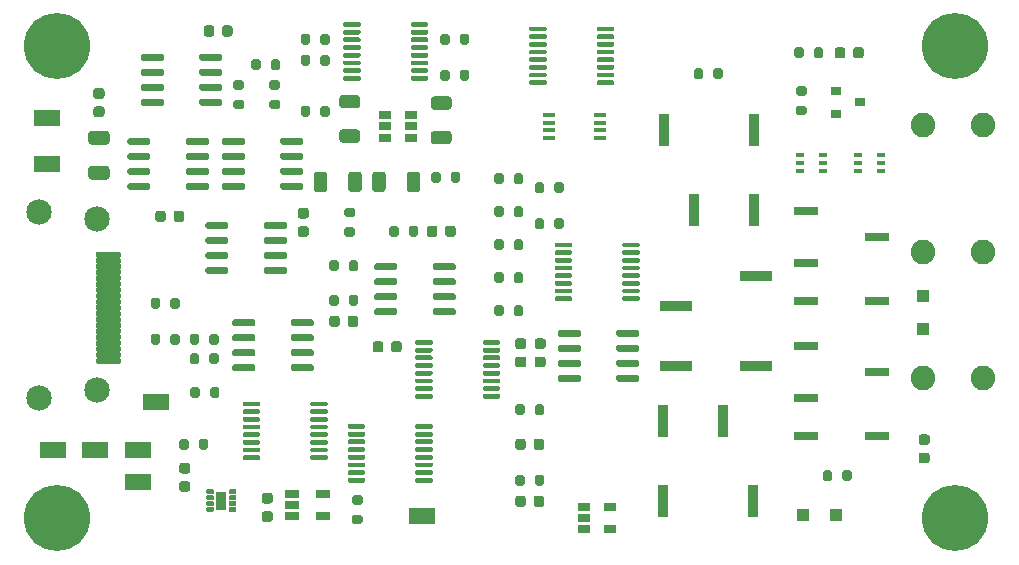
<source format=gts>
G04 #@! TF.GenerationSoftware,KiCad,Pcbnew,(5.1.9-0-10_14)*
G04 #@! TF.CreationDate,2021-07-02T21:32:49-05:00*
G04 #@! TF.ProjectId,bath_clamp_v1,62617468-5f63-46c6-916d-705f76312e6b,rev?*
G04 #@! TF.SameCoordinates,Original*
G04 #@! TF.FileFunction,Soldermask,Top*
G04 #@! TF.FilePolarity,Negative*
%FSLAX46Y46*%
G04 Gerber Fmt 4.6, Leading zero omitted, Abs format (unit mm)*
G04 Created by KiCad (PCBNEW (5.1.9-0-10_14)) date 2021-07-02 21:32:49*
%MOMM*%
%LPD*%
G01*
G04 APERTURE LIST*
%ADD10C,2.153200*%
%ADD11C,2.082800*%
%ADD12R,2.200000X1.450000*%
%ADD13R,0.900000X1.600000*%
%ADD14R,0.812800X2.667000*%
%ADD15R,1.100000X1.100000*%
%ADD16R,1.060000X0.650000*%
%ADD17R,0.650000X0.400000*%
%ADD18C,5.600000*%
%ADD19C,5.599999*%
%ADD20R,1.220000X0.650000*%
%ADD21R,2.667000X0.812800*%
%ADD22R,1.100000X0.400000*%
%ADD23R,2.000000X0.700000*%
%ADD24R,0.900000X0.800000*%
G04 APERTURE END LIST*
G36*
G01*
X8168401Y35647200D02*
X6868399Y35647200D01*
G75*
G02*
X6618400Y35897199I0J249999D01*
G01*
X6618400Y36547201D01*
G75*
G02*
X6868399Y36797200I249999J0D01*
G01*
X8168401Y36797200D01*
G75*
G02*
X8418400Y36547201I0J-249999D01*
G01*
X8418400Y35897199D01*
G75*
G02*
X8168401Y35647200I-249999J0D01*
G01*
G37*
G36*
G01*
X8168401Y32697200D02*
X6868399Y32697200D01*
G75*
G02*
X6618400Y32947199I0J249999D01*
G01*
X6618400Y33597201D01*
G75*
G02*
X6868399Y33847200I249999J0D01*
G01*
X8168401Y33847200D01*
G75*
G02*
X8418400Y33597201I0J-249999D01*
G01*
X8418400Y32947199D01*
G75*
G02*
X8168401Y32697200I-249999J0D01*
G01*
G37*
G36*
G01*
X17289900Y45525500D02*
X17289900Y45025500D01*
G75*
G02*
X17064900Y44800500I-225000J0D01*
G01*
X16614900Y44800500D01*
G75*
G02*
X16389900Y45025500I0J225000D01*
G01*
X16389900Y45525500D01*
G75*
G02*
X16614900Y45750500I225000J0D01*
G01*
X17064900Y45750500D01*
G75*
G02*
X17289900Y45525500I0J-225000D01*
G01*
G37*
G36*
G01*
X18839900Y45525500D02*
X18839900Y45025500D01*
G75*
G02*
X18614900Y44800500I-225000J0D01*
G01*
X18164900Y44800500D01*
G75*
G02*
X17939900Y45025500I0J225000D01*
G01*
X17939900Y45525500D01*
G75*
G02*
X18164900Y45750500I225000J0D01*
G01*
X18614900Y45750500D01*
G75*
G02*
X18839900Y45525500I0J-225000D01*
G01*
G37*
G36*
G01*
X7768400Y39529900D02*
X7268400Y39529900D01*
G75*
G02*
X7043400Y39754900I0J225000D01*
G01*
X7043400Y40204900D01*
G75*
G02*
X7268400Y40429900I225000J0D01*
G01*
X7768400Y40429900D01*
G75*
G02*
X7993400Y40204900I0J-225000D01*
G01*
X7993400Y39754900D01*
G75*
G02*
X7768400Y39529900I-225000J0D01*
G01*
G37*
G36*
G01*
X7768400Y37979900D02*
X7268400Y37979900D01*
G75*
G02*
X7043400Y38204900I0J225000D01*
G01*
X7043400Y38654900D01*
G75*
G02*
X7268400Y38879900I225000J0D01*
G01*
X7768400Y38879900D01*
G75*
G02*
X7993400Y38654900I0J-225000D01*
G01*
X7993400Y38204900D01*
G75*
G02*
X7768400Y37979900I-225000J0D01*
G01*
G37*
G36*
G01*
X43480800Y18346300D02*
X42980800Y18346300D01*
G75*
G02*
X42755800Y18571300I0J225000D01*
G01*
X42755800Y19021300D01*
G75*
G02*
X42980800Y19246300I225000J0D01*
G01*
X43480800Y19246300D01*
G75*
G02*
X43705800Y19021300I0J-225000D01*
G01*
X43705800Y18571300D01*
G75*
G02*
X43480800Y18346300I-225000J0D01*
G01*
G37*
G36*
G01*
X43480800Y16796300D02*
X42980800Y16796300D01*
G75*
G02*
X42755800Y17021300I0J225000D01*
G01*
X42755800Y17471300D01*
G75*
G02*
X42980800Y17696300I225000J0D01*
G01*
X43480800Y17696300D01*
G75*
G02*
X43705800Y17471300I0J-225000D01*
G01*
X43705800Y17021300D01*
G75*
G02*
X43480800Y16796300I-225000J0D01*
G01*
G37*
G36*
G01*
X44631800Y17696300D02*
X45131800Y17696300D01*
G75*
G02*
X45356800Y17471300I0J-225000D01*
G01*
X45356800Y17021300D01*
G75*
G02*
X45131800Y16796300I-225000J0D01*
G01*
X44631800Y16796300D01*
G75*
G02*
X44406800Y17021300I0J225000D01*
G01*
X44406800Y17471300D01*
G75*
G02*
X44631800Y17696300I225000J0D01*
G01*
G37*
G36*
G01*
X44631800Y19246300D02*
X45131800Y19246300D01*
G75*
G02*
X45356800Y19021300I0J-225000D01*
G01*
X45356800Y18571300D01*
G75*
G02*
X45131800Y18346300I-225000J0D01*
G01*
X44631800Y18346300D01*
G75*
G02*
X44406800Y18571300I0J225000D01*
G01*
X44406800Y19021300D01*
G75*
G02*
X44631800Y19246300I225000J0D01*
G01*
G37*
G36*
G01*
X77143800Y9568300D02*
X77643800Y9568300D01*
G75*
G02*
X77868800Y9343300I0J-225000D01*
G01*
X77868800Y8893300D01*
G75*
G02*
X77643800Y8668300I-225000J0D01*
G01*
X77143800Y8668300D01*
G75*
G02*
X76918800Y8893300I0J225000D01*
G01*
X76918800Y9343300D01*
G75*
G02*
X77143800Y9568300I225000J0D01*
G01*
G37*
G36*
G01*
X77143800Y11118300D02*
X77643800Y11118300D01*
G75*
G02*
X77868800Y10893300I0J-225000D01*
G01*
X77868800Y10443300D01*
G75*
G02*
X77643800Y10218300I-225000J0D01*
G01*
X77143800Y10218300D01*
G75*
G02*
X76918800Y10443300I0J225000D01*
G01*
X76918800Y10893300D01*
G75*
G02*
X77143800Y11118300I225000J0D01*
G01*
G37*
G36*
G01*
X13187800Y29828300D02*
X13187800Y29328300D01*
G75*
G02*
X12962800Y29103300I-225000J0D01*
G01*
X12512800Y29103300D01*
G75*
G02*
X12287800Y29328300I0J225000D01*
G01*
X12287800Y29828300D01*
G75*
G02*
X12512800Y30053300I225000J0D01*
G01*
X12962800Y30053300D01*
G75*
G02*
X13187800Y29828300I0J-225000D01*
G01*
G37*
G36*
G01*
X14737800Y29828300D02*
X14737800Y29328300D01*
G75*
G02*
X14512800Y29103300I-225000J0D01*
G01*
X14062800Y29103300D01*
G75*
G02*
X13837800Y29328300I0J225000D01*
G01*
X13837800Y29828300D01*
G75*
G02*
X14062800Y30053300I225000J0D01*
G01*
X14512800Y30053300D01*
G75*
G02*
X14737800Y29828300I0J-225000D01*
G01*
G37*
D10*
X2468800Y29935300D03*
X2468800Y14235300D03*
X7368800Y14835300D03*
X7368800Y29335300D03*
G36*
G01*
X7368800Y26585300D02*
X9268800Y26585300D01*
G75*
G02*
X9368800Y26485300I0J-100000D01*
G01*
X9368800Y26185300D01*
G75*
G02*
X9268800Y26085300I-100000J0D01*
G01*
X7368800Y26085300D01*
G75*
G02*
X7268800Y26185300I0J100000D01*
G01*
X7268800Y26485300D01*
G75*
G02*
X7368800Y26585300I100000J0D01*
G01*
G37*
G36*
G01*
X7368800Y26085300D02*
X9268800Y26085300D01*
G75*
G02*
X9368800Y25985300I0J-100000D01*
G01*
X9368800Y25685300D01*
G75*
G02*
X9268800Y25585300I-100000J0D01*
G01*
X7368800Y25585300D01*
G75*
G02*
X7268800Y25685300I0J100000D01*
G01*
X7268800Y25985300D01*
G75*
G02*
X7368800Y26085300I100000J0D01*
G01*
G37*
G36*
G01*
X7368800Y25586900D02*
X9268800Y25586900D01*
G75*
G02*
X9370400Y25485300I0J-101600D01*
G01*
X9370400Y25185300D01*
G75*
G02*
X9268800Y25083700I-101600J0D01*
G01*
X7368800Y25083700D01*
G75*
G02*
X7267200Y25185300I0J101600D01*
G01*
X7267200Y25485300D01*
G75*
G02*
X7368800Y25586900I101600J0D01*
G01*
G37*
G36*
G01*
X7368800Y25086900D02*
X9268800Y25086900D01*
G75*
G02*
X9370400Y24985300I0J-101600D01*
G01*
X9370400Y24685300D01*
G75*
G02*
X9268800Y24583700I-101600J0D01*
G01*
X7368800Y24583700D01*
G75*
G02*
X7267200Y24685300I0J101600D01*
G01*
X7267200Y24985300D01*
G75*
G02*
X7368800Y25086900I101600J0D01*
G01*
G37*
G36*
G01*
X7368800Y24586900D02*
X9268800Y24586900D01*
G75*
G02*
X9370400Y24485300I0J-101600D01*
G01*
X9370400Y24185300D01*
G75*
G02*
X9268800Y24083700I-101600J0D01*
G01*
X7368800Y24083700D01*
G75*
G02*
X7267200Y24185300I0J101600D01*
G01*
X7267200Y24485300D01*
G75*
G02*
X7368800Y24586900I101600J0D01*
G01*
G37*
G36*
G01*
X7368800Y24086900D02*
X9268800Y24086900D01*
G75*
G02*
X9370400Y23985300I0J-101600D01*
G01*
X9370400Y23685300D01*
G75*
G02*
X9268800Y23583700I-101600J0D01*
G01*
X7368800Y23583700D01*
G75*
G02*
X7267200Y23685300I0J101600D01*
G01*
X7267200Y23985300D01*
G75*
G02*
X7368800Y24086900I101600J0D01*
G01*
G37*
G36*
G01*
X7368800Y23586900D02*
X9268800Y23586900D01*
G75*
G02*
X9370400Y23485300I0J-101600D01*
G01*
X9370400Y23185300D01*
G75*
G02*
X9268800Y23083700I-101600J0D01*
G01*
X7368800Y23083700D01*
G75*
G02*
X7267200Y23185300I0J101600D01*
G01*
X7267200Y23485300D01*
G75*
G02*
X7368800Y23586900I101600J0D01*
G01*
G37*
G36*
G01*
X7368800Y23086900D02*
X9268800Y23086900D01*
G75*
G02*
X9370400Y22985300I0J-101600D01*
G01*
X9370400Y22685300D01*
G75*
G02*
X9268800Y22583700I-101600J0D01*
G01*
X7368800Y22583700D01*
G75*
G02*
X7267200Y22685300I0J101600D01*
G01*
X7267200Y22985300D01*
G75*
G02*
X7368800Y23086900I101600J0D01*
G01*
G37*
G36*
G01*
X7368800Y22586900D02*
X9268800Y22586900D01*
G75*
G02*
X9370400Y22485300I0J-101600D01*
G01*
X9370400Y22185300D01*
G75*
G02*
X9268800Y22083700I-101600J0D01*
G01*
X7368800Y22083700D01*
G75*
G02*
X7267200Y22185300I0J101600D01*
G01*
X7267200Y22485300D01*
G75*
G02*
X7368800Y22586900I101600J0D01*
G01*
G37*
G36*
G01*
X7368800Y17586900D02*
X9268800Y17586900D01*
G75*
G02*
X9370400Y17485300I0J-101600D01*
G01*
X9370400Y17185300D01*
G75*
G02*
X9268800Y17083700I-101600J0D01*
G01*
X7368800Y17083700D01*
G75*
G02*
X7267200Y17185300I0J101600D01*
G01*
X7267200Y17485300D01*
G75*
G02*
X7368800Y17586900I101600J0D01*
G01*
G37*
G36*
G01*
X7368800Y18086900D02*
X9268800Y18086900D01*
G75*
G02*
X9370400Y17985300I0J-101600D01*
G01*
X9370400Y17685300D01*
G75*
G02*
X9268800Y17583700I-101600J0D01*
G01*
X7368800Y17583700D01*
G75*
G02*
X7267200Y17685300I0J101600D01*
G01*
X7267200Y17985300D01*
G75*
G02*
X7368800Y18086900I101600J0D01*
G01*
G37*
G36*
G01*
X7368800Y18586900D02*
X9268800Y18586900D01*
G75*
G02*
X9370400Y18485300I0J-101600D01*
G01*
X9370400Y18185300D01*
G75*
G02*
X9268800Y18083700I-101600J0D01*
G01*
X7368800Y18083700D01*
G75*
G02*
X7267200Y18185300I0J101600D01*
G01*
X7267200Y18485300D01*
G75*
G02*
X7368800Y18586900I101600J0D01*
G01*
G37*
G36*
G01*
X7368800Y19086900D02*
X9268800Y19086900D01*
G75*
G02*
X9370400Y18985300I0J-101600D01*
G01*
X9370400Y18685300D01*
G75*
G02*
X9268800Y18583700I-101600J0D01*
G01*
X7368800Y18583700D01*
G75*
G02*
X7267200Y18685300I0J101600D01*
G01*
X7267200Y18985300D01*
G75*
G02*
X7368800Y19086900I101600J0D01*
G01*
G37*
G36*
G01*
X7368800Y19586900D02*
X9268800Y19586900D01*
G75*
G02*
X9370400Y19485300I0J-101600D01*
G01*
X9370400Y19185300D01*
G75*
G02*
X9268800Y19083700I-101600J0D01*
G01*
X7368800Y19083700D01*
G75*
G02*
X7267200Y19185300I0J101600D01*
G01*
X7267200Y19485300D01*
G75*
G02*
X7368800Y19586900I101600J0D01*
G01*
G37*
G36*
G01*
X7368800Y20086900D02*
X9268800Y20086900D01*
G75*
G02*
X9370400Y19985300I0J-101600D01*
G01*
X9370400Y19685300D01*
G75*
G02*
X9268800Y19583700I-101600J0D01*
G01*
X7368800Y19583700D01*
G75*
G02*
X7267200Y19685300I0J101600D01*
G01*
X7267200Y19985300D01*
G75*
G02*
X7368800Y20086900I101600J0D01*
G01*
G37*
G36*
G01*
X7368800Y20586900D02*
X9268800Y20586900D01*
G75*
G02*
X9370400Y20485300I0J-101600D01*
G01*
X9370400Y20185300D01*
G75*
G02*
X9268800Y20083700I-101600J0D01*
G01*
X7368800Y20083700D01*
G75*
G02*
X7267200Y20185300I0J101600D01*
G01*
X7267200Y20485300D01*
G75*
G02*
X7368800Y20586900I101600J0D01*
G01*
G37*
G36*
G01*
X7368800Y21086900D02*
X9268800Y21086900D01*
G75*
G02*
X9370400Y20985300I0J-101600D01*
G01*
X9370400Y20685300D01*
G75*
G02*
X9268800Y20583700I-101600J0D01*
G01*
X7368800Y20583700D01*
G75*
G02*
X7267200Y20685300I0J101600D01*
G01*
X7267200Y20985300D01*
G75*
G02*
X7368800Y21086900I101600J0D01*
G01*
G37*
G36*
G01*
X7368800Y21586900D02*
X9268800Y21586900D01*
G75*
G02*
X9370400Y21485300I0J-101600D01*
G01*
X9370400Y21185300D01*
G75*
G02*
X9268800Y21083700I-101600J0D01*
G01*
X7368800Y21083700D01*
G75*
G02*
X7267200Y21185300I0J101600D01*
G01*
X7267200Y21485300D01*
G75*
G02*
X7368800Y21586900I101600J0D01*
G01*
G37*
G36*
G01*
X7368800Y22086900D02*
X9268800Y22086900D01*
G75*
G02*
X9370400Y21985300I0J-101600D01*
G01*
X9370400Y21685300D01*
G75*
G02*
X9268800Y21583700I-101600J0D01*
G01*
X7368800Y21583700D01*
G75*
G02*
X7267200Y21685300I0J101600D01*
G01*
X7267200Y21985300D01*
G75*
G02*
X7368800Y22086900I101600J0D01*
G01*
G37*
D11*
X82346800Y37325300D03*
X77266800Y37325300D03*
X82346800Y15862300D03*
X77266800Y15862300D03*
X82346800Y26593800D03*
X77266800Y26593800D03*
D12*
X7162800Y9766300D03*
X12369800Y13830300D03*
X10845800Y7099300D03*
X10845800Y9766300D03*
X3086100Y37934900D03*
X34848800Y4178300D03*
X3606800Y9766300D03*
X3124200Y34048700D03*
G36*
G01*
X15969800Y9999300D02*
X15969800Y10549300D01*
G75*
G02*
X16169800Y10749300I200000J0D01*
G01*
X16569800Y10749300D01*
G75*
G02*
X16769800Y10549300I0J-200000D01*
G01*
X16769800Y9999300D01*
G75*
G02*
X16569800Y9799300I-200000J0D01*
G01*
X16169800Y9799300D01*
G75*
G02*
X15969800Y9999300I0J200000D01*
G01*
G37*
G36*
G01*
X14319800Y9999300D02*
X14319800Y10549300D01*
G75*
G02*
X14519800Y10749300I200000J0D01*
G01*
X14919800Y10749300D01*
G75*
G02*
X15119800Y10549300I0J-200000D01*
G01*
X15119800Y9999300D01*
G75*
G02*
X14919800Y9799300I-200000J0D01*
G01*
X14519800Y9799300D01*
G75*
G02*
X14319800Y9999300I0J200000D01*
G01*
G37*
G36*
G01*
X16624300Y5136800D02*
X16624300Y5386800D01*
G75*
G02*
X16694300Y5456800I70000J0D01*
G01*
X17194300Y5456800D01*
G75*
G02*
X17264300Y5386800I0J-70000D01*
G01*
X17264300Y5136800D01*
G75*
G02*
X17194300Y5066800I-70000J0D01*
G01*
X16694300Y5066800D01*
G75*
G02*
X16624300Y5136800I0J70000D01*
G01*
G37*
G36*
G01*
X18524300Y5636800D02*
X18524300Y5886800D01*
G75*
G02*
X18594300Y5956800I70000J0D01*
G01*
X19094300Y5956800D01*
G75*
G02*
X19164300Y5886800I0J-70000D01*
G01*
X19164300Y5636800D01*
G75*
G02*
X19094300Y5566800I-70000J0D01*
G01*
X18594300Y5566800D01*
G75*
G02*
X18524300Y5636800I0J70000D01*
G01*
G37*
G36*
G01*
X18524300Y6136800D02*
X18524300Y6386800D01*
G75*
G02*
X18594300Y6456800I70000J0D01*
G01*
X19094300Y6456800D01*
G75*
G02*
X19164300Y6386800I0J-70000D01*
G01*
X19164300Y6136800D01*
G75*
G02*
X19094300Y6066800I-70000J0D01*
G01*
X18594300Y6066800D01*
G75*
G02*
X18524300Y6136800I0J70000D01*
G01*
G37*
D13*
X17894300Y5511800D03*
G36*
G01*
X16624300Y6136800D02*
X16624300Y6386800D01*
G75*
G02*
X16694300Y6456800I70000J0D01*
G01*
X17194300Y6456800D01*
G75*
G02*
X17264300Y6386800I0J-70000D01*
G01*
X17264300Y6136800D01*
G75*
G02*
X17194300Y6066800I-70000J0D01*
G01*
X16694300Y6066800D01*
G75*
G02*
X16624300Y6136800I0J70000D01*
G01*
G37*
G36*
G01*
X16624300Y5636800D02*
X16624300Y5886800D01*
G75*
G02*
X16694300Y5956800I70000J0D01*
G01*
X17194300Y5956800D01*
G75*
G02*
X17264300Y5886800I0J-70000D01*
G01*
X17264300Y5636800D01*
G75*
G02*
X17194300Y5566800I-70000J0D01*
G01*
X16694300Y5566800D01*
G75*
G02*
X16624300Y5636800I0J70000D01*
G01*
G37*
G36*
G01*
X16624300Y4636800D02*
X16624300Y4886800D01*
G75*
G02*
X16694300Y4956800I70000J0D01*
G01*
X17194300Y4956800D01*
G75*
G02*
X17264300Y4886800I0J-70000D01*
G01*
X17264300Y4636800D01*
G75*
G02*
X17194300Y4566800I-70000J0D01*
G01*
X16694300Y4566800D01*
G75*
G02*
X16624300Y4636800I0J70000D01*
G01*
G37*
G36*
G01*
X18524300Y4636800D02*
X18524300Y4886800D01*
G75*
G02*
X18594300Y4956800I70000J0D01*
G01*
X19094300Y4956800D01*
G75*
G02*
X19164300Y4886800I0J-70000D01*
G01*
X19164300Y4636800D01*
G75*
G02*
X19094300Y4566800I-70000J0D01*
G01*
X18594300Y4566800D01*
G75*
G02*
X18524300Y4636800I0J70000D01*
G01*
G37*
G36*
G01*
X18524300Y5136800D02*
X18524300Y5386800D01*
G75*
G02*
X18594300Y5456800I70000J0D01*
G01*
X19094300Y5456800D01*
G75*
G02*
X19164300Y5386800I0J-70000D01*
G01*
X19164300Y5136800D01*
G75*
G02*
X19094300Y5066800I-70000J0D01*
G01*
X18594300Y5066800D01*
G75*
G02*
X18524300Y5136800I0J70000D01*
G01*
G37*
G36*
G01*
X22017800Y5265300D02*
X21517800Y5265300D01*
G75*
G02*
X21292800Y5490300I0J225000D01*
G01*
X21292800Y5940300D01*
G75*
G02*
X21517800Y6165300I225000J0D01*
G01*
X22017800Y6165300D01*
G75*
G02*
X22242800Y5940300I0J-225000D01*
G01*
X22242800Y5490300D01*
G75*
G02*
X22017800Y5265300I-225000J0D01*
G01*
G37*
G36*
G01*
X22017800Y3715300D02*
X21517800Y3715300D01*
G75*
G02*
X21292800Y3940300I0J225000D01*
G01*
X21292800Y4390300D01*
G75*
G02*
X21517800Y4615300I225000J0D01*
G01*
X22017800Y4615300D01*
G75*
G02*
X22242800Y4390300I0J-225000D01*
G01*
X22242800Y3940300D01*
G75*
G02*
X22017800Y3715300I-225000J0D01*
G01*
G37*
G36*
G01*
X15032800Y7805300D02*
X14532800Y7805300D01*
G75*
G02*
X14307800Y8030300I0J225000D01*
G01*
X14307800Y8480300D01*
G75*
G02*
X14532800Y8705300I225000J0D01*
G01*
X15032800Y8705300D01*
G75*
G02*
X15257800Y8480300I0J-225000D01*
G01*
X15257800Y8030300D01*
G75*
G02*
X15032800Y7805300I-225000J0D01*
G01*
G37*
G36*
G01*
X15032800Y6255300D02*
X14532800Y6255300D01*
G75*
G02*
X14307800Y6480300I0J225000D01*
G01*
X14307800Y6930300D01*
G75*
G02*
X14532800Y7155300I225000J0D01*
G01*
X15032800Y7155300D01*
G75*
G02*
X15257800Y6930300I0J-225000D01*
G01*
X15257800Y6480300D01*
G75*
G02*
X15032800Y6255300I-225000J0D01*
G01*
G37*
D14*
X57938299Y30145299D03*
X63018299Y30145299D03*
X63018299Y36885301D03*
X55398299Y36885301D03*
G36*
G01*
X28669800Y22191300D02*
X28669800Y22741300D01*
G75*
G02*
X28869800Y22941300I200000J0D01*
G01*
X29269800Y22941300D01*
G75*
G02*
X29469800Y22741300I0J-200000D01*
G01*
X29469800Y22191300D01*
G75*
G02*
X29269800Y21991300I-200000J0D01*
G01*
X28869800Y21991300D01*
G75*
G02*
X28669800Y22191300I0J200000D01*
G01*
G37*
G36*
G01*
X27019800Y22191300D02*
X27019800Y22741300D01*
G75*
G02*
X27219800Y22941300I200000J0D01*
G01*
X27619800Y22941300D01*
G75*
G02*
X27819800Y22741300I0J-200000D01*
G01*
X27819800Y22191300D01*
G75*
G02*
X27619800Y21991300I-200000J0D01*
G01*
X27219800Y21991300D01*
G75*
G02*
X27019800Y22191300I0J200000D01*
G01*
G37*
G36*
G01*
X13556800Y21937300D02*
X13556800Y22487300D01*
G75*
G02*
X13756800Y22687300I200000J0D01*
G01*
X14156800Y22687300D01*
G75*
G02*
X14356800Y22487300I0J-200000D01*
G01*
X14356800Y21937300D01*
G75*
G02*
X14156800Y21737300I-200000J0D01*
G01*
X13756800Y21737300D01*
G75*
G02*
X13556800Y21937300I0J200000D01*
G01*
G37*
G36*
G01*
X11906800Y21937300D02*
X11906800Y22487300D01*
G75*
G02*
X12106800Y22687300I200000J0D01*
G01*
X12506800Y22687300D01*
G75*
G02*
X12706800Y22487300I0J-200000D01*
G01*
X12706800Y21937300D01*
G75*
G02*
X12506800Y21737300I-200000J0D01*
G01*
X12106800Y21737300D01*
G75*
G02*
X11906800Y21937300I0J200000D01*
G01*
G37*
G36*
G01*
X28669800Y25112300D02*
X28669800Y25662300D01*
G75*
G02*
X28869800Y25862300I200000J0D01*
G01*
X29269800Y25862300D01*
G75*
G02*
X29469800Y25662300I0J-200000D01*
G01*
X29469800Y25112300D01*
G75*
G02*
X29269800Y24912300I-200000J0D01*
G01*
X28869800Y24912300D01*
G75*
G02*
X28669800Y25112300I0J200000D01*
G01*
G37*
G36*
G01*
X27019800Y25112300D02*
X27019800Y25662300D01*
G75*
G02*
X27219800Y25862300I200000J0D01*
G01*
X27619800Y25862300D01*
G75*
G02*
X27819800Y25662300I0J-200000D01*
G01*
X27819800Y25112300D01*
G75*
G02*
X27619800Y24912300I-200000J0D01*
G01*
X27219800Y24912300D01*
G75*
G02*
X27019800Y25112300I0J200000D01*
G01*
G37*
G36*
G01*
X13556800Y18889300D02*
X13556800Y19439300D01*
G75*
G02*
X13756800Y19639300I200000J0D01*
G01*
X14156800Y19639300D01*
G75*
G02*
X14356800Y19439300I0J-200000D01*
G01*
X14356800Y18889300D01*
G75*
G02*
X14156800Y18689300I-200000J0D01*
G01*
X13756800Y18689300D01*
G75*
G02*
X13556800Y18889300I0J200000D01*
G01*
G37*
G36*
G01*
X11906800Y18889300D02*
X11906800Y19439300D01*
G75*
G02*
X12106800Y19639300I200000J0D01*
G01*
X12506800Y19639300D01*
G75*
G02*
X12706800Y19439300I0J-200000D01*
G01*
X12706800Y18889300D01*
G75*
G02*
X12506800Y18689300I-200000J0D01*
G01*
X12106800Y18689300D01*
G75*
G02*
X11906800Y18889300I0J200000D01*
G01*
G37*
G36*
G01*
X67189800Y43696300D02*
X67189800Y43146300D01*
G75*
G02*
X66989800Y42946300I-200000J0D01*
G01*
X66589800Y42946300D01*
G75*
G02*
X66389800Y43146300I0J200000D01*
G01*
X66389800Y43696300D01*
G75*
G02*
X66589800Y43896300I200000J0D01*
G01*
X66989800Y43896300D01*
G75*
G02*
X67189800Y43696300I0J-200000D01*
G01*
G37*
G36*
G01*
X68839800Y43696300D02*
X68839800Y43146300D01*
G75*
G02*
X68639800Y42946300I-200000J0D01*
G01*
X68239800Y42946300D01*
G75*
G02*
X68039800Y43146300I0J200000D01*
G01*
X68039800Y43696300D01*
G75*
G02*
X68239800Y43896300I200000J0D01*
G01*
X68639800Y43896300D01*
G75*
G02*
X68839800Y43696300I0J-200000D01*
G01*
G37*
G36*
G01*
X69602800Y7882300D02*
X69602800Y7332300D01*
G75*
G02*
X69402800Y7132300I-200000J0D01*
G01*
X69002800Y7132300D01*
G75*
G02*
X68802800Y7332300I0J200000D01*
G01*
X68802800Y7882300D01*
G75*
G02*
X69002800Y8082300I200000J0D01*
G01*
X69402800Y8082300D01*
G75*
G02*
X69602800Y7882300I0J-200000D01*
G01*
G37*
G36*
G01*
X71252800Y7882300D02*
X71252800Y7332300D01*
G75*
G02*
X71052800Y7132300I-200000J0D01*
G01*
X70652800Y7132300D01*
G75*
G02*
X70452800Y7332300I0J200000D01*
G01*
X70452800Y7882300D01*
G75*
G02*
X70652800Y8082300I200000J0D01*
G01*
X71052800Y8082300D01*
G75*
G02*
X71252800Y7882300I0J-200000D01*
G01*
G37*
G36*
G01*
X42639800Y29684300D02*
X42639800Y30234300D01*
G75*
G02*
X42839800Y30434300I200000J0D01*
G01*
X43239800Y30434300D01*
G75*
G02*
X43439800Y30234300I0J-200000D01*
G01*
X43439800Y29684300D01*
G75*
G02*
X43239800Y29484300I-200000J0D01*
G01*
X42839800Y29484300D01*
G75*
G02*
X42639800Y29684300I0J200000D01*
G01*
G37*
G36*
G01*
X40989800Y29684300D02*
X40989800Y30234300D01*
G75*
G02*
X41189800Y30434300I200000J0D01*
G01*
X41589800Y30434300D01*
G75*
G02*
X41789800Y30234300I0J-200000D01*
G01*
X41789800Y29684300D01*
G75*
G02*
X41589800Y29484300I-200000J0D01*
G01*
X41189800Y29484300D01*
G75*
G02*
X40989800Y29684300I0J200000D01*
G01*
G37*
G36*
G01*
X42639800Y26890300D02*
X42639800Y27440300D01*
G75*
G02*
X42839800Y27640300I200000J0D01*
G01*
X43239800Y27640300D01*
G75*
G02*
X43439800Y27440300I0J-200000D01*
G01*
X43439800Y26890300D01*
G75*
G02*
X43239800Y26690300I-200000J0D01*
G01*
X42839800Y26690300D01*
G75*
G02*
X42639800Y26890300I0J200000D01*
G01*
G37*
G36*
G01*
X40989800Y26890300D02*
X40989800Y27440300D01*
G75*
G02*
X41189800Y27640300I200000J0D01*
G01*
X41589800Y27640300D01*
G75*
G02*
X41789800Y27440300I0J-200000D01*
G01*
X41789800Y26890300D01*
G75*
G02*
X41589800Y26690300I-200000J0D01*
G01*
X41189800Y26690300D01*
G75*
G02*
X40989800Y26890300I0J200000D01*
G01*
G37*
G36*
G01*
X42639800Y24096300D02*
X42639800Y24646300D01*
G75*
G02*
X42839800Y24846300I200000J0D01*
G01*
X43239800Y24846300D01*
G75*
G02*
X43439800Y24646300I0J-200000D01*
G01*
X43439800Y24096300D01*
G75*
G02*
X43239800Y23896300I-200000J0D01*
G01*
X42839800Y23896300D01*
G75*
G02*
X42639800Y24096300I0J200000D01*
G01*
G37*
G36*
G01*
X40989800Y24096300D02*
X40989800Y24646300D01*
G75*
G02*
X41189800Y24846300I200000J0D01*
G01*
X41589800Y24846300D01*
G75*
G02*
X41789800Y24646300I0J-200000D01*
G01*
X41789800Y24096300D01*
G75*
G02*
X41589800Y23896300I-200000J0D01*
G01*
X41189800Y23896300D01*
G75*
G02*
X40989800Y24096300I0J200000D01*
G01*
G37*
G36*
G01*
X42639800Y21302300D02*
X42639800Y21852300D01*
G75*
G02*
X42839800Y22052300I200000J0D01*
G01*
X43239800Y22052300D01*
G75*
G02*
X43439800Y21852300I0J-200000D01*
G01*
X43439800Y21302300D01*
G75*
G02*
X43239800Y21102300I-200000J0D01*
G01*
X42839800Y21102300D01*
G75*
G02*
X42639800Y21302300I0J200000D01*
G01*
G37*
G36*
G01*
X40989800Y21302300D02*
X40989800Y21852300D01*
G75*
G02*
X41189800Y22052300I200000J0D01*
G01*
X41589800Y22052300D01*
G75*
G02*
X41789800Y21852300I0J-200000D01*
G01*
X41789800Y21302300D01*
G75*
G02*
X41589800Y21102300I-200000J0D01*
G01*
X41189800Y21102300D01*
G75*
G02*
X40989800Y21302300I0J200000D01*
G01*
G37*
G36*
G01*
X42639800Y32478300D02*
X42639800Y33028300D01*
G75*
G02*
X42839800Y33228300I200000J0D01*
G01*
X43239800Y33228300D01*
G75*
G02*
X43439800Y33028300I0J-200000D01*
G01*
X43439800Y32478300D01*
G75*
G02*
X43239800Y32278300I-200000J0D01*
G01*
X42839800Y32278300D01*
G75*
G02*
X42639800Y32478300I0J200000D01*
G01*
G37*
G36*
G01*
X40989800Y32478300D02*
X40989800Y33028300D01*
G75*
G02*
X41189800Y33228300I200000J0D01*
G01*
X41589800Y33228300D01*
G75*
G02*
X41789800Y33028300I0J-200000D01*
G01*
X41789800Y32478300D01*
G75*
G02*
X41589800Y32278300I-200000J0D01*
G01*
X41189800Y32278300D01*
G75*
G02*
X40989800Y32478300I0J200000D01*
G01*
G37*
G36*
G01*
X46068800Y31716300D02*
X46068800Y32266300D01*
G75*
G02*
X46268800Y32466300I200000J0D01*
G01*
X46668800Y32466300D01*
G75*
G02*
X46868800Y32266300I0J-200000D01*
G01*
X46868800Y31716300D01*
G75*
G02*
X46668800Y31516300I-200000J0D01*
G01*
X46268800Y31516300D01*
G75*
G02*
X46068800Y31716300I0J200000D01*
G01*
G37*
G36*
G01*
X44418800Y31716300D02*
X44418800Y32266300D01*
G75*
G02*
X44618800Y32466300I200000J0D01*
G01*
X45018800Y32466300D01*
G75*
G02*
X45218800Y32266300I0J-200000D01*
G01*
X45218800Y31716300D01*
G75*
G02*
X45018800Y31516300I-200000J0D01*
G01*
X44618800Y31516300D01*
G75*
G02*
X44418800Y31716300I0J200000D01*
G01*
G37*
G36*
G01*
X46068800Y28668300D02*
X46068800Y29218300D01*
G75*
G02*
X46268800Y29418300I200000J0D01*
G01*
X46668800Y29418300D01*
G75*
G02*
X46868800Y29218300I0J-200000D01*
G01*
X46868800Y28668300D01*
G75*
G02*
X46668800Y28468300I-200000J0D01*
G01*
X46268800Y28468300D01*
G75*
G02*
X46068800Y28668300I0J200000D01*
G01*
G37*
G36*
G01*
X44418800Y28668300D02*
X44418800Y29218300D01*
G75*
G02*
X44618800Y29418300I200000J0D01*
G01*
X45018800Y29418300D01*
G75*
G02*
X45218800Y29218300I0J-200000D01*
G01*
X45218800Y28668300D01*
G75*
G02*
X45018800Y28468300I-200000J0D01*
G01*
X44618800Y28468300D01*
G75*
G02*
X44418800Y28668300I0J200000D01*
G01*
G37*
D15*
X67103800Y4305300D03*
X69903800Y4305300D03*
X77266800Y20050300D03*
X77266800Y22850300D03*
G36*
G01*
X23775800Y20411300D02*
X23775800Y20711300D01*
G75*
G02*
X23925800Y20861300I150000J0D01*
G01*
X25575800Y20861300D01*
G75*
G02*
X25725800Y20711300I0J-150000D01*
G01*
X25725800Y20411300D01*
G75*
G02*
X25575800Y20261300I-150000J0D01*
G01*
X23925800Y20261300D01*
G75*
G02*
X23775800Y20411300I0J150000D01*
G01*
G37*
G36*
G01*
X23775800Y19141300D02*
X23775800Y19441300D01*
G75*
G02*
X23925800Y19591300I150000J0D01*
G01*
X25575800Y19591300D01*
G75*
G02*
X25725800Y19441300I0J-150000D01*
G01*
X25725800Y19141300D01*
G75*
G02*
X25575800Y18991300I-150000J0D01*
G01*
X23925800Y18991300D01*
G75*
G02*
X23775800Y19141300I0J150000D01*
G01*
G37*
G36*
G01*
X23775800Y17871300D02*
X23775800Y18171300D01*
G75*
G02*
X23925800Y18321300I150000J0D01*
G01*
X25575800Y18321300D01*
G75*
G02*
X25725800Y18171300I0J-150000D01*
G01*
X25725800Y17871300D01*
G75*
G02*
X25575800Y17721300I-150000J0D01*
G01*
X23925800Y17721300D01*
G75*
G02*
X23775800Y17871300I0J150000D01*
G01*
G37*
G36*
G01*
X23775800Y16601300D02*
X23775800Y16901300D01*
G75*
G02*
X23925800Y17051300I150000J0D01*
G01*
X25575800Y17051300D01*
G75*
G02*
X25725800Y16901300I0J-150000D01*
G01*
X25725800Y16601300D01*
G75*
G02*
X25575800Y16451300I-150000J0D01*
G01*
X23925800Y16451300D01*
G75*
G02*
X23775800Y16601300I0J150000D01*
G01*
G37*
G36*
G01*
X18825800Y16601300D02*
X18825800Y16901300D01*
G75*
G02*
X18975800Y17051300I150000J0D01*
G01*
X20625800Y17051300D01*
G75*
G02*
X20775800Y16901300I0J-150000D01*
G01*
X20775800Y16601300D01*
G75*
G02*
X20625800Y16451300I-150000J0D01*
G01*
X18975800Y16451300D01*
G75*
G02*
X18825800Y16601300I0J150000D01*
G01*
G37*
G36*
G01*
X18825800Y17871300D02*
X18825800Y18171300D01*
G75*
G02*
X18975800Y18321300I150000J0D01*
G01*
X20625800Y18321300D01*
G75*
G02*
X20775800Y18171300I0J-150000D01*
G01*
X20775800Y17871300D01*
G75*
G02*
X20625800Y17721300I-150000J0D01*
G01*
X18975800Y17721300D01*
G75*
G02*
X18825800Y17871300I0J150000D01*
G01*
G37*
G36*
G01*
X18825800Y19141300D02*
X18825800Y19441300D01*
G75*
G02*
X18975800Y19591300I150000J0D01*
G01*
X20625800Y19591300D01*
G75*
G02*
X20775800Y19441300I0J-150000D01*
G01*
X20775800Y19141300D01*
G75*
G02*
X20625800Y18991300I-150000J0D01*
G01*
X18975800Y18991300D01*
G75*
G02*
X18825800Y19141300I0J150000D01*
G01*
G37*
G36*
G01*
X18825800Y20411300D02*
X18825800Y20711300D01*
G75*
G02*
X18975800Y20861300I150000J0D01*
G01*
X20625800Y20861300D01*
G75*
G02*
X20775800Y20711300I0J-150000D01*
G01*
X20775800Y20411300D01*
G75*
G02*
X20625800Y20261300I-150000J0D01*
G01*
X18975800Y20261300D01*
G75*
G02*
X18825800Y20411300I0J150000D01*
G01*
G37*
G36*
G01*
X16028800Y42890300D02*
X16028800Y43190300D01*
G75*
G02*
X16178800Y43340300I150000J0D01*
G01*
X17828800Y43340300D01*
G75*
G02*
X17978800Y43190300I0J-150000D01*
G01*
X17978800Y42890300D01*
G75*
G02*
X17828800Y42740300I-150000J0D01*
G01*
X16178800Y42740300D01*
G75*
G02*
X16028800Y42890300I0J150000D01*
G01*
G37*
G36*
G01*
X16028800Y41620300D02*
X16028800Y41920300D01*
G75*
G02*
X16178800Y42070300I150000J0D01*
G01*
X17828800Y42070300D01*
G75*
G02*
X17978800Y41920300I0J-150000D01*
G01*
X17978800Y41620300D01*
G75*
G02*
X17828800Y41470300I-150000J0D01*
G01*
X16178800Y41470300D01*
G75*
G02*
X16028800Y41620300I0J150000D01*
G01*
G37*
G36*
G01*
X16028800Y40350300D02*
X16028800Y40650300D01*
G75*
G02*
X16178800Y40800300I150000J0D01*
G01*
X17828800Y40800300D01*
G75*
G02*
X17978800Y40650300I0J-150000D01*
G01*
X17978800Y40350300D01*
G75*
G02*
X17828800Y40200300I-150000J0D01*
G01*
X16178800Y40200300D01*
G75*
G02*
X16028800Y40350300I0J150000D01*
G01*
G37*
G36*
G01*
X16028800Y39080300D02*
X16028800Y39380300D01*
G75*
G02*
X16178800Y39530300I150000J0D01*
G01*
X17828800Y39530300D01*
G75*
G02*
X17978800Y39380300I0J-150000D01*
G01*
X17978800Y39080300D01*
G75*
G02*
X17828800Y38930300I-150000J0D01*
G01*
X16178800Y38930300D01*
G75*
G02*
X16028800Y39080300I0J150000D01*
G01*
G37*
G36*
G01*
X11078800Y39080300D02*
X11078800Y39380300D01*
G75*
G02*
X11228800Y39530300I150000J0D01*
G01*
X12878800Y39530300D01*
G75*
G02*
X13028800Y39380300I0J-150000D01*
G01*
X13028800Y39080300D01*
G75*
G02*
X12878800Y38930300I-150000J0D01*
G01*
X11228800Y38930300D01*
G75*
G02*
X11078800Y39080300I0J150000D01*
G01*
G37*
G36*
G01*
X11078800Y40350300D02*
X11078800Y40650300D01*
G75*
G02*
X11228800Y40800300I150000J0D01*
G01*
X12878800Y40800300D01*
G75*
G02*
X13028800Y40650300I0J-150000D01*
G01*
X13028800Y40350300D01*
G75*
G02*
X12878800Y40200300I-150000J0D01*
G01*
X11228800Y40200300D01*
G75*
G02*
X11078800Y40350300I0J150000D01*
G01*
G37*
G36*
G01*
X11078800Y41620300D02*
X11078800Y41920300D01*
G75*
G02*
X11228800Y42070300I150000J0D01*
G01*
X12878800Y42070300D01*
G75*
G02*
X13028800Y41920300I0J-150000D01*
G01*
X13028800Y41620300D01*
G75*
G02*
X12878800Y41470300I-150000J0D01*
G01*
X11228800Y41470300D01*
G75*
G02*
X11078800Y41620300I0J150000D01*
G01*
G37*
G36*
G01*
X11078800Y42890300D02*
X11078800Y43190300D01*
G75*
G02*
X11228800Y43340300I150000J0D01*
G01*
X12878800Y43340300D01*
G75*
G02*
X13028800Y43190300I0J-150000D01*
G01*
X13028800Y42890300D01*
G75*
G02*
X12878800Y42740300I-150000J0D01*
G01*
X11228800Y42740300D01*
G75*
G02*
X11078800Y42890300I0J150000D01*
G01*
G37*
G36*
G01*
X29027800Y29495300D02*
X28477800Y29495300D01*
G75*
G02*
X28277800Y29695300I0J200000D01*
G01*
X28277800Y30095300D01*
G75*
G02*
X28477800Y30295300I200000J0D01*
G01*
X29027800Y30295300D01*
G75*
G02*
X29227800Y30095300I0J-200000D01*
G01*
X29227800Y29695300D01*
G75*
G02*
X29027800Y29495300I-200000J0D01*
G01*
G37*
G36*
G01*
X29027800Y27845300D02*
X28477800Y27845300D01*
G75*
G02*
X28277800Y28045300I0J200000D01*
G01*
X28277800Y28445300D01*
G75*
G02*
X28477800Y28645300I200000J0D01*
G01*
X29027800Y28645300D01*
G75*
G02*
X29227800Y28445300I0J-200000D01*
G01*
X29227800Y28045300D01*
G75*
G02*
X29027800Y27845300I-200000J0D01*
G01*
G37*
G36*
G01*
X16008800Y19439300D02*
X16008800Y18889300D01*
G75*
G02*
X15808800Y18689300I-200000J0D01*
G01*
X15408800Y18689300D01*
G75*
G02*
X15208800Y18889300I0J200000D01*
G01*
X15208800Y19439300D01*
G75*
G02*
X15408800Y19639300I200000J0D01*
G01*
X15808800Y19639300D01*
G75*
G02*
X16008800Y19439300I0J-200000D01*
G01*
G37*
G36*
G01*
X17658800Y19439300D02*
X17658800Y18889300D01*
G75*
G02*
X17458800Y18689300I-200000J0D01*
G01*
X17058800Y18689300D01*
G75*
G02*
X16858800Y18889300I0J200000D01*
G01*
X16858800Y19439300D01*
G75*
G02*
X17058800Y19639300I200000J0D01*
G01*
X17458800Y19639300D01*
G75*
G02*
X17658800Y19439300I0J-200000D01*
G01*
G37*
G36*
G01*
X33749800Y28033300D02*
X33749800Y28583300D01*
G75*
G02*
X33949800Y28783300I200000J0D01*
G01*
X34349800Y28783300D01*
G75*
G02*
X34549800Y28583300I0J-200000D01*
G01*
X34549800Y28033300D01*
G75*
G02*
X34349800Y27833300I-200000J0D01*
G01*
X33949800Y27833300D01*
G75*
G02*
X33749800Y28033300I0J200000D01*
G01*
G37*
G36*
G01*
X32099800Y28033300D02*
X32099800Y28583300D01*
G75*
G02*
X32299800Y28783300I200000J0D01*
G01*
X32699800Y28783300D01*
G75*
G02*
X32899800Y28583300I0J-200000D01*
G01*
X32899800Y28033300D01*
G75*
G02*
X32699800Y27833300I-200000J0D01*
G01*
X32299800Y27833300D01*
G75*
G02*
X32099800Y28033300I0J200000D01*
G01*
G37*
G36*
G01*
X16008800Y17788300D02*
X16008800Y17238300D01*
G75*
G02*
X15808800Y17038300I-200000J0D01*
G01*
X15408800Y17038300D01*
G75*
G02*
X15208800Y17238300I0J200000D01*
G01*
X15208800Y17788300D01*
G75*
G02*
X15408800Y17988300I200000J0D01*
G01*
X15808800Y17988300D01*
G75*
G02*
X16008800Y17788300I0J-200000D01*
G01*
G37*
G36*
G01*
X17658800Y17788300D02*
X17658800Y17238300D01*
G75*
G02*
X17458800Y17038300I-200000J0D01*
G01*
X17058800Y17038300D01*
G75*
G02*
X16858800Y17238300I0J200000D01*
G01*
X16858800Y17788300D01*
G75*
G02*
X17058800Y17988300I200000J0D01*
G01*
X17458800Y17988300D01*
G75*
G02*
X17658800Y17788300I0J-200000D01*
G01*
G37*
G36*
G01*
X24565800Y28745300D02*
X25065800Y28745300D01*
G75*
G02*
X25290800Y28520300I0J-225000D01*
G01*
X25290800Y28070300D01*
G75*
G02*
X25065800Y27845300I-225000J0D01*
G01*
X24565800Y27845300D01*
G75*
G02*
X24340800Y28070300I0J225000D01*
G01*
X24340800Y28520300D01*
G75*
G02*
X24565800Y28745300I225000J0D01*
G01*
G37*
G36*
G01*
X24565800Y30295300D02*
X25065800Y30295300D01*
G75*
G02*
X25290800Y30070300I0J-225000D01*
G01*
X25290800Y29620300D01*
G75*
G02*
X25065800Y29395300I-225000J0D01*
G01*
X24565800Y29395300D01*
G75*
G02*
X24340800Y29620300I0J225000D01*
G01*
X24340800Y30070300D01*
G75*
G02*
X24565800Y30295300I225000J0D01*
G01*
G37*
D16*
X33916800Y37198300D03*
X33916800Y38148300D03*
X33916800Y36248300D03*
X31716800Y36248300D03*
X31716800Y37198300D03*
X31716800Y38148300D03*
G36*
G01*
X66704800Y40582300D02*
X67254800Y40582300D01*
G75*
G02*
X67454800Y40382300I0J-200000D01*
G01*
X67454800Y39982300D01*
G75*
G02*
X67254800Y39782300I-200000J0D01*
G01*
X66704800Y39782300D01*
G75*
G02*
X66504800Y39982300I0J200000D01*
G01*
X66504800Y40382300D01*
G75*
G02*
X66704800Y40582300I200000J0D01*
G01*
G37*
G36*
G01*
X66704800Y38932300D02*
X67254800Y38932300D01*
G75*
G02*
X67454800Y38732300I0J-200000D01*
G01*
X67454800Y38332300D01*
G75*
G02*
X67254800Y38132300I-200000J0D01*
G01*
X66704800Y38132300D01*
G75*
G02*
X66504800Y38332300I0J200000D01*
G01*
X66504800Y38732300D01*
G75*
G02*
X66704800Y38932300I200000J0D01*
G01*
G37*
D17*
X68818800Y34736800D03*
X68818800Y33436800D03*
X66918800Y34086800D03*
X68818800Y34086800D03*
X66918800Y33436800D03*
X66918800Y34736800D03*
G36*
G01*
X40021800Y18799300D02*
X40021800Y18999300D01*
G75*
G02*
X40121800Y19099300I100000J0D01*
G01*
X41396800Y19099300D01*
G75*
G02*
X41496800Y18999300I0J-100000D01*
G01*
X41496800Y18799300D01*
G75*
G02*
X41396800Y18699300I-100000J0D01*
G01*
X40121800Y18699300D01*
G75*
G02*
X40021800Y18799300I0J100000D01*
G01*
G37*
G36*
G01*
X40021800Y18149300D02*
X40021800Y18349300D01*
G75*
G02*
X40121800Y18449300I100000J0D01*
G01*
X41396800Y18449300D01*
G75*
G02*
X41496800Y18349300I0J-100000D01*
G01*
X41496800Y18149300D01*
G75*
G02*
X41396800Y18049300I-100000J0D01*
G01*
X40121800Y18049300D01*
G75*
G02*
X40021800Y18149300I0J100000D01*
G01*
G37*
G36*
G01*
X40021800Y17499300D02*
X40021800Y17699300D01*
G75*
G02*
X40121800Y17799300I100000J0D01*
G01*
X41396800Y17799300D01*
G75*
G02*
X41496800Y17699300I0J-100000D01*
G01*
X41496800Y17499300D01*
G75*
G02*
X41396800Y17399300I-100000J0D01*
G01*
X40121800Y17399300D01*
G75*
G02*
X40021800Y17499300I0J100000D01*
G01*
G37*
G36*
G01*
X40021800Y16849300D02*
X40021800Y17049300D01*
G75*
G02*
X40121800Y17149300I100000J0D01*
G01*
X41396800Y17149300D01*
G75*
G02*
X41496800Y17049300I0J-100000D01*
G01*
X41496800Y16849300D01*
G75*
G02*
X41396800Y16749300I-100000J0D01*
G01*
X40121800Y16749300D01*
G75*
G02*
X40021800Y16849300I0J100000D01*
G01*
G37*
G36*
G01*
X40021800Y16199300D02*
X40021800Y16399300D01*
G75*
G02*
X40121800Y16499300I100000J0D01*
G01*
X41396800Y16499300D01*
G75*
G02*
X41496800Y16399300I0J-100000D01*
G01*
X41496800Y16199300D01*
G75*
G02*
X41396800Y16099300I-100000J0D01*
G01*
X40121800Y16099300D01*
G75*
G02*
X40021800Y16199300I0J100000D01*
G01*
G37*
G36*
G01*
X40021800Y15549300D02*
X40021800Y15749300D01*
G75*
G02*
X40121800Y15849300I100000J0D01*
G01*
X41396800Y15849300D01*
G75*
G02*
X41496800Y15749300I0J-100000D01*
G01*
X41496800Y15549300D01*
G75*
G02*
X41396800Y15449300I-100000J0D01*
G01*
X40121800Y15449300D01*
G75*
G02*
X40021800Y15549300I0J100000D01*
G01*
G37*
G36*
G01*
X40021800Y14899300D02*
X40021800Y15099300D01*
G75*
G02*
X40121800Y15199300I100000J0D01*
G01*
X41396800Y15199300D01*
G75*
G02*
X41496800Y15099300I0J-100000D01*
G01*
X41496800Y14899300D01*
G75*
G02*
X41396800Y14799300I-100000J0D01*
G01*
X40121800Y14799300D01*
G75*
G02*
X40021800Y14899300I0J100000D01*
G01*
G37*
G36*
G01*
X40021800Y14249300D02*
X40021800Y14449300D01*
G75*
G02*
X40121800Y14549300I100000J0D01*
G01*
X41396800Y14549300D01*
G75*
G02*
X41496800Y14449300I0J-100000D01*
G01*
X41496800Y14249300D01*
G75*
G02*
X41396800Y14149300I-100000J0D01*
G01*
X40121800Y14149300D01*
G75*
G02*
X40021800Y14249300I0J100000D01*
G01*
G37*
G36*
G01*
X34296800Y14249300D02*
X34296800Y14449300D01*
G75*
G02*
X34396800Y14549300I100000J0D01*
G01*
X35671800Y14549300D01*
G75*
G02*
X35771800Y14449300I0J-100000D01*
G01*
X35771800Y14249300D01*
G75*
G02*
X35671800Y14149300I-100000J0D01*
G01*
X34396800Y14149300D01*
G75*
G02*
X34296800Y14249300I0J100000D01*
G01*
G37*
G36*
G01*
X34296800Y14899300D02*
X34296800Y15099300D01*
G75*
G02*
X34396800Y15199300I100000J0D01*
G01*
X35671800Y15199300D01*
G75*
G02*
X35771800Y15099300I0J-100000D01*
G01*
X35771800Y14899300D01*
G75*
G02*
X35671800Y14799300I-100000J0D01*
G01*
X34396800Y14799300D01*
G75*
G02*
X34296800Y14899300I0J100000D01*
G01*
G37*
G36*
G01*
X34296800Y15549300D02*
X34296800Y15749300D01*
G75*
G02*
X34396800Y15849300I100000J0D01*
G01*
X35671800Y15849300D01*
G75*
G02*
X35771800Y15749300I0J-100000D01*
G01*
X35771800Y15549300D01*
G75*
G02*
X35671800Y15449300I-100000J0D01*
G01*
X34396800Y15449300D01*
G75*
G02*
X34296800Y15549300I0J100000D01*
G01*
G37*
G36*
G01*
X34296800Y16199300D02*
X34296800Y16399300D01*
G75*
G02*
X34396800Y16499300I100000J0D01*
G01*
X35671800Y16499300D01*
G75*
G02*
X35771800Y16399300I0J-100000D01*
G01*
X35771800Y16199300D01*
G75*
G02*
X35671800Y16099300I-100000J0D01*
G01*
X34396800Y16099300D01*
G75*
G02*
X34296800Y16199300I0J100000D01*
G01*
G37*
G36*
G01*
X34296800Y16849300D02*
X34296800Y17049300D01*
G75*
G02*
X34396800Y17149300I100000J0D01*
G01*
X35671800Y17149300D01*
G75*
G02*
X35771800Y17049300I0J-100000D01*
G01*
X35771800Y16849300D01*
G75*
G02*
X35671800Y16749300I-100000J0D01*
G01*
X34396800Y16749300D01*
G75*
G02*
X34296800Y16849300I0J100000D01*
G01*
G37*
G36*
G01*
X34296800Y17499300D02*
X34296800Y17699300D01*
G75*
G02*
X34396800Y17799300I100000J0D01*
G01*
X35671800Y17799300D01*
G75*
G02*
X35771800Y17699300I0J-100000D01*
G01*
X35771800Y17499300D01*
G75*
G02*
X35671800Y17399300I-100000J0D01*
G01*
X34396800Y17399300D01*
G75*
G02*
X34296800Y17499300I0J100000D01*
G01*
G37*
G36*
G01*
X34296800Y18149300D02*
X34296800Y18349300D01*
G75*
G02*
X34396800Y18449300I100000J0D01*
G01*
X35671800Y18449300D01*
G75*
G02*
X35771800Y18349300I0J-100000D01*
G01*
X35771800Y18149300D01*
G75*
G02*
X35671800Y18049300I-100000J0D01*
G01*
X34396800Y18049300D01*
G75*
G02*
X34296800Y18149300I0J100000D01*
G01*
G37*
G36*
G01*
X34296800Y18799300D02*
X34296800Y18999300D01*
G75*
G02*
X34396800Y19099300I100000J0D01*
G01*
X35671800Y19099300D01*
G75*
G02*
X35771800Y18999300I0J-100000D01*
G01*
X35771800Y18799300D01*
G75*
G02*
X35671800Y18699300I-100000J0D01*
G01*
X34396800Y18699300D01*
G75*
G02*
X34296800Y18799300I0J100000D01*
G01*
G37*
G36*
G01*
X44317800Y10024300D02*
X44317800Y10524300D01*
G75*
G02*
X44542800Y10749300I225000J0D01*
G01*
X44992800Y10749300D01*
G75*
G02*
X45217800Y10524300I0J-225000D01*
G01*
X45217800Y10024300D01*
G75*
G02*
X44992800Y9799300I-225000J0D01*
G01*
X44542800Y9799300D01*
G75*
G02*
X44317800Y10024300I0J225000D01*
G01*
G37*
G36*
G01*
X42767800Y10024300D02*
X42767800Y10524300D01*
G75*
G02*
X42992800Y10749300I225000J0D01*
G01*
X43442800Y10749300D01*
G75*
G02*
X43667800Y10524300I0J-225000D01*
G01*
X43667800Y10024300D01*
G75*
G02*
X43442800Y9799300I-225000J0D01*
G01*
X42992800Y9799300D01*
G75*
G02*
X42767800Y10024300I0J225000D01*
G01*
G37*
G36*
G01*
X28127799Y36933300D02*
X29377801Y36933300D01*
G75*
G02*
X29627800Y36683301I0J-249999D01*
G01*
X29627800Y36058299D01*
G75*
G02*
X29377801Y35808300I-249999J0D01*
G01*
X28127799Y35808300D01*
G75*
G02*
X27877800Y36058299I0J249999D01*
G01*
X27877800Y36683301D01*
G75*
G02*
X28127799Y36933300I249999J0D01*
G01*
G37*
G36*
G01*
X28127799Y39858300D02*
X29377801Y39858300D01*
G75*
G02*
X29627800Y39608301I0J-249999D01*
G01*
X29627800Y38983299D01*
G75*
G02*
X29377801Y38733300I-249999J0D01*
G01*
X28127799Y38733300D01*
G75*
G02*
X27877800Y38983299I0J249999D01*
G01*
X27877800Y39608301D01*
G75*
G02*
X28127799Y39858300I249999J0D01*
G01*
G37*
G36*
G01*
X31789800Y33124301D02*
X31789800Y31874299D01*
G75*
G02*
X31539801Y31624300I-249999J0D01*
G01*
X30914799Y31624300D01*
G75*
G02*
X30664800Y31874299I0J249999D01*
G01*
X30664800Y33124301D01*
G75*
G02*
X30914799Y33374300I249999J0D01*
G01*
X31539801Y33374300D01*
G75*
G02*
X31789800Y33124301I0J-249999D01*
G01*
G37*
G36*
G01*
X34714800Y33124301D02*
X34714800Y31874299D01*
G75*
G02*
X34464801Y31624300I-249999J0D01*
G01*
X33839799Y31624300D01*
G75*
G02*
X33589800Y31874299I0J249999D01*
G01*
X33589800Y33124301D01*
G75*
G02*
X33839799Y33374300I249999J0D01*
G01*
X34464801Y33374300D01*
G75*
G02*
X34714800Y33124301I0J-249999D01*
G01*
G37*
G36*
G01*
X34306800Y11687300D02*
X34306800Y11887300D01*
G75*
G02*
X34406800Y11987300I100000J0D01*
G01*
X35681800Y11987300D01*
G75*
G02*
X35781800Y11887300I0J-100000D01*
G01*
X35781800Y11687300D01*
G75*
G02*
X35681800Y11587300I-100000J0D01*
G01*
X34406800Y11587300D01*
G75*
G02*
X34306800Y11687300I0J100000D01*
G01*
G37*
G36*
G01*
X34306800Y11037300D02*
X34306800Y11237300D01*
G75*
G02*
X34406800Y11337300I100000J0D01*
G01*
X35681800Y11337300D01*
G75*
G02*
X35781800Y11237300I0J-100000D01*
G01*
X35781800Y11037300D01*
G75*
G02*
X35681800Y10937300I-100000J0D01*
G01*
X34406800Y10937300D01*
G75*
G02*
X34306800Y11037300I0J100000D01*
G01*
G37*
G36*
G01*
X34306800Y10387300D02*
X34306800Y10587300D01*
G75*
G02*
X34406800Y10687300I100000J0D01*
G01*
X35681800Y10687300D01*
G75*
G02*
X35781800Y10587300I0J-100000D01*
G01*
X35781800Y10387300D01*
G75*
G02*
X35681800Y10287300I-100000J0D01*
G01*
X34406800Y10287300D01*
G75*
G02*
X34306800Y10387300I0J100000D01*
G01*
G37*
G36*
G01*
X34306800Y9737300D02*
X34306800Y9937300D01*
G75*
G02*
X34406800Y10037300I100000J0D01*
G01*
X35681800Y10037300D01*
G75*
G02*
X35781800Y9937300I0J-100000D01*
G01*
X35781800Y9737300D01*
G75*
G02*
X35681800Y9637300I-100000J0D01*
G01*
X34406800Y9637300D01*
G75*
G02*
X34306800Y9737300I0J100000D01*
G01*
G37*
G36*
G01*
X34306800Y9087300D02*
X34306800Y9287300D01*
G75*
G02*
X34406800Y9387300I100000J0D01*
G01*
X35681800Y9387300D01*
G75*
G02*
X35781800Y9287300I0J-100000D01*
G01*
X35781800Y9087300D01*
G75*
G02*
X35681800Y8987300I-100000J0D01*
G01*
X34406800Y8987300D01*
G75*
G02*
X34306800Y9087300I0J100000D01*
G01*
G37*
G36*
G01*
X34306800Y8437300D02*
X34306800Y8637300D01*
G75*
G02*
X34406800Y8737300I100000J0D01*
G01*
X35681800Y8737300D01*
G75*
G02*
X35781800Y8637300I0J-100000D01*
G01*
X35781800Y8437300D01*
G75*
G02*
X35681800Y8337300I-100000J0D01*
G01*
X34406800Y8337300D01*
G75*
G02*
X34306800Y8437300I0J100000D01*
G01*
G37*
G36*
G01*
X34306800Y7787300D02*
X34306800Y7987300D01*
G75*
G02*
X34406800Y8087300I100000J0D01*
G01*
X35681800Y8087300D01*
G75*
G02*
X35781800Y7987300I0J-100000D01*
G01*
X35781800Y7787300D01*
G75*
G02*
X35681800Y7687300I-100000J0D01*
G01*
X34406800Y7687300D01*
G75*
G02*
X34306800Y7787300I0J100000D01*
G01*
G37*
G36*
G01*
X34306800Y7137300D02*
X34306800Y7337300D01*
G75*
G02*
X34406800Y7437300I100000J0D01*
G01*
X35681800Y7437300D01*
G75*
G02*
X35781800Y7337300I0J-100000D01*
G01*
X35781800Y7137300D01*
G75*
G02*
X35681800Y7037300I-100000J0D01*
G01*
X34406800Y7037300D01*
G75*
G02*
X34306800Y7137300I0J100000D01*
G01*
G37*
G36*
G01*
X28581800Y7137300D02*
X28581800Y7337300D01*
G75*
G02*
X28681800Y7437300I100000J0D01*
G01*
X29956800Y7437300D01*
G75*
G02*
X30056800Y7337300I0J-100000D01*
G01*
X30056800Y7137300D01*
G75*
G02*
X29956800Y7037300I-100000J0D01*
G01*
X28681800Y7037300D01*
G75*
G02*
X28581800Y7137300I0J100000D01*
G01*
G37*
G36*
G01*
X28581800Y7787300D02*
X28581800Y7987300D01*
G75*
G02*
X28681800Y8087300I100000J0D01*
G01*
X29956800Y8087300D01*
G75*
G02*
X30056800Y7987300I0J-100000D01*
G01*
X30056800Y7787300D01*
G75*
G02*
X29956800Y7687300I-100000J0D01*
G01*
X28681800Y7687300D01*
G75*
G02*
X28581800Y7787300I0J100000D01*
G01*
G37*
G36*
G01*
X28581800Y8437300D02*
X28581800Y8637300D01*
G75*
G02*
X28681800Y8737300I100000J0D01*
G01*
X29956800Y8737300D01*
G75*
G02*
X30056800Y8637300I0J-100000D01*
G01*
X30056800Y8437300D01*
G75*
G02*
X29956800Y8337300I-100000J0D01*
G01*
X28681800Y8337300D01*
G75*
G02*
X28581800Y8437300I0J100000D01*
G01*
G37*
G36*
G01*
X28581800Y9087300D02*
X28581800Y9287300D01*
G75*
G02*
X28681800Y9387300I100000J0D01*
G01*
X29956800Y9387300D01*
G75*
G02*
X30056800Y9287300I0J-100000D01*
G01*
X30056800Y9087300D01*
G75*
G02*
X29956800Y8987300I-100000J0D01*
G01*
X28681800Y8987300D01*
G75*
G02*
X28581800Y9087300I0J100000D01*
G01*
G37*
G36*
G01*
X28581800Y9737300D02*
X28581800Y9937300D01*
G75*
G02*
X28681800Y10037300I100000J0D01*
G01*
X29956800Y10037300D01*
G75*
G02*
X30056800Y9937300I0J-100000D01*
G01*
X30056800Y9737300D01*
G75*
G02*
X29956800Y9637300I-100000J0D01*
G01*
X28681800Y9637300D01*
G75*
G02*
X28581800Y9737300I0J100000D01*
G01*
G37*
G36*
G01*
X28581800Y10387300D02*
X28581800Y10587300D01*
G75*
G02*
X28681800Y10687300I100000J0D01*
G01*
X29956800Y10687300D01*
G75*
G02*
X30056800Y10587300I0J-100000D01*
G01*
X30056800Y10387300D01*
G75*
G02*
X29956800Y10287300I-100000J0D01*
G01*
X28681800Y10287300D01*
G75*
G02*
X28581800Y10387300I0J100000D01*
G01*
G37*
G36*
G01*
X28581800Y11037300D02*
X28581800Y11237300D01*
G75*
G02*
X28681800Y11337300I100000J0D01*
G01*
X29956800Y11337300D01*
G75*
G02*
X30056800Y11237300I0J-100000D01*
G01*
X30056800Y11037300D01*
G75*
G02*
X29956800Y10937300I-100000J0D01*
G01*
X28681800Y10937300D01*
G75*
G02*
X28581800Y11037300I0J100000D01*
G01*
G37*
G36*
G01*
X28581800Y11687300D02*
X28581800Y11887300D01*
G75*
G02*
X28681800Y11987300I100000J0D01*
G01*
X29956800Y11987300D01*
G75*
G02*
X30056800Y11887300I0J-100000D01*
G01*
X30056800Y11687300D01*
G75*
G02*
X29956800Y11587300I-100000J0D01*
G01*
X28681800Y11587300D01*
G75*
G02*
X28581800Y11687300I0J100000D01*
G01*
G37*
G36*
G01*
X37305800Y32605300D02*
X37305800Y33155300D01*
G75*
G02*
X37505800Y33355300I200000J0D01*
G01*
X37905800Y33355300D01*
G75*
G02*
X38105800Y33155300I0J-200000D01*
G01*
X38105800Y32605300D01*
G75*
G02*
X37905800Y32405300I-200000J0D01*
G01*
X37505800Y32405300D01*
G75*
G02*
X37305800Y32605300I0J200000D01*
G01*
G37*
G36*
G01*
X35655800Y32605300D02*
X35655800Y33155300D01*
G75*
G02*
X35855800Y33355300I200000J0D01*
G01*
X36255800Y33355300D01*
G75*
G02*
X36455800Y33155300I0J-200000D01*
G01*
X36455800Y32605300D01*
G75*
G02*
X36255800Y32405300I-200000J0D01*
G01*
X35855800Y32405300D01*
G75*
G02*
X35655800Y32605300I0J200000D01*
G01*
G37*
D18*
X4000000Y44000000D03*
D19*
X4000000Y4000000D03*
D18*
X80000000Y44000000D03*
X80000000Y4000000D03*
D20*
X26506800Y6080800D03*
X26506800Y4180800D03*
X23886800Y4180800D03*
X23886800Y5130800D03*
X23886800Y6080800D03*
G36*
G01*
X33925800Y45723300D02*
X33925800Y45923300D01*
G75*
G02*
X34025800Y46023300I100000J0D01*
G01*
X35300800Y46023300D01*
G75*
G02*
X35400800Y45923300I0J-100000D01*
G01*
X35400800Y45723300D01*
G75*
G02*
X35300800Y45623300I-100000J0D01*
G01*
X34025800Y45623300D01*
G75*
G02*
X33925800Y45723300I0J100000D01*
G01*
G37*
G36*
G01*
X33925800Y45073300D02*
X33925800Y45273300D01*
G75*
G02*
X34025800Y45373300I100000J0D01*
G01*
X35300800Y45373300D01*
G75*
G02*
X35400800Y45273300I0J-100000D01*
G01*
X35400800Y45073300D01*
G75*
G02*
X35300800Y44973300I-100000J0D01*
G01*
X34025800Y44973300D01*
G75*
G02*
X33925800Y45073300I0J100000D01*
G01*
G37*
G36*
G01*
X33925800Y44423300D02*
X33925800Y44623300D01*
G75*
G02*
X34025800Y44723300I100000J0D01*
G01*
X35300800Y44723300D01*
G75*
G02*
X35400800Y44623300I0J-100000D01*
G01*
X35400800Y44423300D01*
G75*
G02*
X35300800Y44323300I-100000J0D01*
G01*
X34025800Y44323300D01*
G75*
G02*
X33925800Y44423300I0J100000D01*
G01*
G37*
G36*
G01*
X33925800Y43773300D02*
X33925800Y43973300D01*
G75*
G02*
X34025800Y44073300I100000J0D01*
G01*
X35300800Y44073300D01*
G75*
G02*
X35400800Y43973300I0J-100000D01*
G01*
X35400800Y43773300D01*
G75*
G02*
X35300800Y43673300I-100000J0D01*
G01*
X34025800Y43673300D01*
G75*
G02*
X33925800Y43773300I0J100000D01*
G01*
G37*
G36*
G01*
X33925800Y43123300D02*
X33925800Y43323300D01*
G75*
G02*
X34025800Y43423300I100000J0D01*
G01*
X35300800Y43423300D01*
G75*
G02*
X35400800Y43323300I0J-100000D01*
G01*
X35400800Y43123300D01*
G75*
G02*
X35300800Y43023300I-100000J0D01*
G01*
X34025800Y43023300D01*
G75*
G02*
X33925800Y43123300I0J100000D01*
G01*
G37*
G36*
G01*
X33925800Y42473300D02*
X33925800Y42673300D01*
G75*
G02*
X34025800Y42773300I100000J0D01*
G01*
X35300800Y42773300D01*
G75*
G02*
X35400800Y42673300I0J-100000D01*
G01*
X35400800Y42473300D01*
G75*
G02*
X35300800Y42373300I-100000J0D01*
G01*
X34025800Y42373300D01*
G75*
G02*
X33925800Y42473300I0J100000D01*
G01*
G37*
G36*
G01*
X33925800Y41823300D02*
X33925800Y42023300D01*
G75*
G02*
X34025800Y42123300I100000J0D01*
G01*
X35300800Y42123300D01*
G75*
G02*
X35400800Y42023300I0J-100000D01*
G01*
X35400800Y41823300D01*
G75*
G02*
X35300800Y41723300I-100000J0D01*
G01*
X34025800Y41723300D01*
G75*
G02*
X33925800Y41823300I0J100000D01*
G01*
G37*
G36*
G01*
X33925800Y41173300D02*
X33925800Y41373300D01*
G75*
G02*
X34025800Y41473300I100000J0D01*
G01*
X35300800Y41473300D01*
G75*
G02*
X35400800Y41373300I0J-100000D01*
G01*
X35400800Y41173300D01*
G75*
G02*
X35300800Y41073300I-100000J0D01*
G01*
X34025800Y41073300D01*
G75*
G02*
X33925800Y41173300I0J100000D01*
G01*
G37*
G36*
G01*
X28200800Y41173300D02*
X28200800Y41373300D01*
G75*
G02*
X28300800Y41473300I100000J0D01*
G01*
X29575800Y41473300D01*
G75*
G02*
X29675800Y41373300I0J-100000D01*
G01*
X29675800Y41173300D01*
G75*
G02*
X29575800Y41073300I-100000J0D01*
G01*
X28300800Y41073300D01*
G75*
G02*
X28200800Y41173300I0J100000D01*
G01*
G37*
G36*
G01*
X28200800Y41823300D02*
X28200800Y42023300D01*
G75*
G02*
X28300800Y42123300I100000J0D01*
G01*
X29575800Y42123300D01*
G75*
G02*
X29675800Y42023300I0J-100000D01*
G01*
X29675800Y41823300D01*
G75*
G02*
X29575800Y41723300I-100000J0D01*
G01*
X28300800Y41723300D01*
G75*
G02*
X28200800Y41823300I0J100000D01*
G01*
G37*
G36*
G01*
X28200800Y42473300D02*
X28200800Y42673300D01*
G75*
G02*
X28300800Y42773300I100000J0D01*
G01*
X29575800Y42773300D01*
G75*
G02*
X29675800Y42673300I0J-100000D01*
G01*
X29675800Y42473300D01*
G75*
G02*
X29575800Y42373300I-100000J0D01*
G01*
X28300800Y42373300D01*
G75*
G02*
X28200800Y42473300I0J100000D01*
G01*
G37*
G36*
G01*
X28200800Y43123300D02*
X28200800Y43323300D01*
G75*
G02*
X28300800Y43423300I100000J0D01*
G01*
X29575800Y43423300D01*
G75*
G02*
X29675800Y43323300I0J-100000D01*
G01*
X29675800Y43123300D01*
G75*
G02*
X29575800Y43023300I-100000J0D01*
G01*
X28300800Y43023300D01*
G75*
G02*
X28200800Y43123300I0J100000D01*
G01*
G37*
G36*
G01*
X28200800Y43773300D02*
X28200800Y43973300D01*
G75*
G02*
X28300800Y44073300I100000J0D01*
G01*
X29575800Y44073300D01*
G75*
G02*
X29675800Y43973300I0J-100000D01*
G01*
X29675800Y43773300D01*
G75*
G02*
X29575800Y43673300I-100000J0D01*
G01*
X28300800Y43673300D01*
G75*
G02*
X28200800Y43773300I0J100000D01*
G01*
G37*
G36*
G01*
X28200800Y44423300D02*
X28200800Y44623300D01*
G75*
G02*
X28300800Y44723300I100000J0D01*
G01*
X29575800Y44723300D01*
G75*
G02*
X29675800Y44623300I0J-100000D01*
G01*
X29675800Y44423300D01*
G75*
G02*
X29575800Y44323300I-100000J0D01*
G01*
X28300800Y44323300D01*
G75*
G02*
X28200800Y44423300I0J100000D01*
G01*
G37*
G36*
G01*
X28200800Y45073300D02*
X28200800Y45273300D01*
G75*
G02*
X28300800Y45373300I100000J0D01*
G01*
X29575800Y45373300D01*
G75*
G02*
X29675800Y45273300I0J-100000D01*
G01*
X29675800Y45073300D01*
G75*
G02*
X29575800Y44973300I-100000J0D01*
G01*
X28300800Y44973300D01*
G75*
G02*
X28200800Y45073300I0J100000D01*
G01*
G37*
G36*
G01*
X28200800Y45723300D02*
X28200800Y45923300D01*
G75*
G02*
X28300800Y46023300I100000J0D01*
G01*
X29575800Y46023300D01*
G75*
G02*
X29675800Y45923300I0J-100000D01*
G01*
X29675800Y45723300D01*
G75*
G02*
X29575800Y45623300I-100000J0D01*
G01*
X28300800Y45623300D01*
G75*
G02*
X28200800Y45723300I0J100000D01*
G01*
G37*
G36*
G01*
X48334800Y16012300D02*
X48334800Y15712300D01*
G75*
G02*
X48184800Y15562300I-150000J0D01*
G01*
X46534800Y15562300D01*
G75*
G02*
X46384800Y15712300I0J150000D01*
G01*
X46384800Y16012300D01*
G75*
G02*
X46534800Y16162300I150000J0D01*
G01*
X48184800Y16162300D01*
G75*
G02*
X48334800Y16012300I0J-150000D01*
G01*
G37*
G36*
G01*
X48334800Y17282300D02*
X48334800Y16982300D01*
G75*
G02*
X48184800Y16832300I-150000J0D01*
G01*
X46534800Y16832300D01*
G75*
G02*
X46384800Y16982300I0J150000D01*
G01*
X46384800Y17282300D01*
G75*
G02*
X46534800Y17432300I150000J0D01*
G01*
X48184800Y17432300D01*
G75*
G02*
X48334800Y17282300I0J-150000D01*
G01*
G37*
G36*
G01*
X48334800Y18552300D02*
X48334800Y18252300D01*
G75*
G02*
X48184800Y18102300I-150000J0D01*
G01*
X46534800Y18102300D01*
G75*
G02*
X46384800Y18252300I0J150000D01*
G01*
X46384800Y18552300D01*
G75*
G02*
X46534800Y18702300I150000J0D01*
G01*
X48184800Y18702300D01*
G75*
G02*
X48334800Y18552300I0J-150000D01*
G01*
G37*
G36*
G01*
X48334800Y19822300D02*
X48334800Y19522300D01*
G75*
G02*
X48184800Y19372300I-150000J0D01*
G01*
X46534800Y19372300D01*
G75*
G02*
X46384800Y19522300I0J150000D01*
G01*
X46384800Y19822300D01*
G75*
G02*
X46534800Y19972300I150000J0D01*
G01*
X48184800Y19972300D01*
G75*
G02*
X48334800Y19822300I0J-150000D01*
G01*
G37*
G36*
G01*
X53284800Y19822300D02*
X53284800Y19522300D01*
G75*
G02*
X53134800Y19372300I-150000J0D01*
G01*
X51484800Y19372300D01*
G75*
G02*
X51334800Y19522300I0J150000D01*
G01*
X51334800Y19822300D01*
G75*
G02*
X51484800Y19972300I150000J0D01*
G01*
X53134800Y19972300D01*
G75*
G02*
X53284800Y19822300I0J-150000D01*
G01*
G37*
G36*
G01*
X53284800Y18552300D02*
X53284800Y18252300D01*
G75*
G02*
X53134800Y18102300I-150000J0D01*
G01*
X51484800Y18102300D01*
G75*
G02*
X51334800Y18252300I0J150000D01*
G01*
X51334800Y18552300D01*
G75*
G02*
X51484800Y18702300I150000J0D01*
G01*
X53134800Y18702300D01*
G75*
G02*
X53284800Y18552300I0J-150000D01*
G01*
G37*
G36*
G01*
X53284800Y17282300D02*
X53284800Y16982300D01*
G75*
G02*
X53134800Y16832300I-150000J0D01*
G01*
X51484800Y16832300D01*
G75*
G02*
X51334800Y16982300I0J150000D01*
G01*
X51334800Y17282300D01*
G75*
G02*
X51484800Y17432300I150000J0D01*
G01*
X53134800Y17432300D01*
G75*
G02*
X53284800Y17282300I0J-150000D01*
G01*
G37*
G36*
G01*
X53284800Y16012300D02*
X53284800Y15712300D01*
G75*
G02*
X53134800Y15562300I-150000J0D01*
G01*
X51484800Y15562300D01*
G75*
G02*
X51334800Y15712300I0J150000D01*
G01*
X51334800Y16012300D01*
G75*
G02*
X51484800Y16162300I150000J0D01*
G01*
X53134800Y16162300D01*
G75*
G02*
X53284800Y16012300I0J-150000D01*
G01*
G37*
G36*
G01*
X18489800Y25156300D02*
X18489800Y24856300D01*
G75*
G02*
X18339800Y24706300I-150000J0D01*
G01*
X16689800Y24706300D01*
G75*
G02*
X16539800Y24856300I0J150000D01*
G01*
X16539800Y25156300D01*
G75*
G02*
X16689800Y25306300I150000J0D01*
G01*
X18339800Y25306300D01*
G75*
G02*
X18489800Y25156300I0J-150000D01*
G01*
G37*
G36*
G01*
X18489800Y26426300D02*
X18489800Y26126300D01*
G75*
G02*
X18339800Y25976300I-150000J0D01*
G01*
X16689800Y25976300D01*
G75*
G02*
X16539800Y26126300I0J150000D01*
G01*
X16539800Y26426300D01*
G75*
G02*
X16689800Y26576300I150000J0D01*
G01*
X18339800Y26576300D01*
G75*
G02*
X18489800Y26426300I0J-150000D01*
G01*
G37*
G36*
G01*
X18489800Y27696300D02*
X18489800Y27396300D01*
G75*
G02*
X18339800Y27246300I-150000J0D01*
G01*
X16689800Y27246300D01*
G75*
G02*
X16539800Y27396300I0J150000D01*
G01*
X16539800Y27696300D01*
G75*
G02*
X16689800Y27846300I150000J0D01*
G01*
X18339800Y27846300D01*
G75*
G02*
X18489800Y27696300I0J-150000D01*
G01*
G37*
G36*
G01*
X18489800Y28966300D02*
X18489800Y28666300D01*
G75*
G02*
X18339800Y28516300I-150000J0D01*
G01*
X16689800Y28516300D01*
G75*
G02*
X16539800Y28666300I0J150000D01*
G01*
X16539800Y28966300D01*
G75*
G02*
X16689800Y29116300I150000J0D01*
G01*
X18339800Y29116300D01*
G75*
G02*
X18489800Y28966300I0J-150000D01*
G01*
G37*
G36*
G01*
X23439800Y28966300D02*
X23439800Y28666300D01*
G75*
G02*
X23289800Y28516300I-150000J0D01*
G01*
X21639800Y28516300D01*
G75*
G02*
X21489800Y28666300I0J150000D01*
G01*
X21489800Y28966300D01*
G75*
G02*
X21639800Y29116300I150000J0D01*
G01*
X23289800Y29116300D01*
G75*
G02*
X23439800Y28966300I0J-150000D01*
G01*
G37*
G36*
G01*
X23439800Y27696300D02*
X23439800Y27396300D01*
G75*
G02*
X23289800Y27246300I-150000J0D01*
G01*
X21639800Y27246300D01*
G75*
G02*
X21489800Y27396300I0J150000D01*
G01*
X21489800Y27696300D01*
G75*
G02*
X21639800Y27846300I150000J0D01*
G01*
X23289800Y27846300D01*
G75*
G02*
X23439800Y27696300I0J-150000D01*
G01*
G37*
G36*
G01*
X23439800Y26426300D02*
X23439800Y26126300D01*
G75*
G02*
X23289800Y25976300I-150000J0D01*
G01*
X21639800Y25976300D01*
G75*
G02*
X21489800Y26126300I0J150000D01*
G01*
X21489800Y26426300D01*
G75*
G02*
X21639800Y26576300I150000J0D01*
G01*
X23289800Y26576300D01*
G75*
G02*
X23439800Y26426300I0J-150000D01*
G01*
G37*
G36*
G01*
X23439800Y25156300D02*
X23439800Y24856300D01*
G75*
G02*
X23289800Y24706300I-150000J0D01*
G01*
X21639800Y24706300D01*
G75*
G02*
X21489800Y24856300I0J150000D01*
G01*
X21489800Y25156300D01*
G75*
G02*
X21639800Y25306300I150000J0D01*
G01*
X23289800Y25306300D01*
G75*
G02*
X23439800Y25156300I0J-150000D01*
G01*
G37*
G36*
G01*
X28636800Y31874299D02*
X28636800Y33124301D01*
G75*
G02*
X28886799Y33374300I249999J0D01*
G01*
X29511801Y33374300D01*
G75*
G02*
X29761800Y33124301I0J-249999D01*
G01*
X29761800Y31874299D01*
G75*
G02*
X29511801Y31624300I-249999J0D01*
G01*
X28886799Y31624300D01*
G75*
G02*
X28636800Y31874299I0J249999D01*
G01*
G37*
G36*
G01*
X25711800Y31874299D02*
X25711800Y33124301D01*
G75*
G02*
X25961799Y33374300I249999J0D01*
G01*
X26586801Y33374300D01*
G75*
G02*
X26836800Y33124301I0J-249999D01*
G01*
X26836800Y31874299D01*
G75*
G02*
X26586801Y31624300I-249999J0D01*
G01*
X25961799Y31624300D01*
G75*
G02*
X25711800Y31874299I0J249999D01*
G01*
G37*
G36*
G01*
X37217800Y44839300D02*
X37217800Y44289300D01*
G75*
G02*
X37017800Y44089300I-200000J0D01*
G01*
X36617800Y44089300D01*
G75*
G02*
X36417800Y44289300I0J200000D01*
G01*
X36417800Y44839300D01*
G75*
G02*
X36617800Y45039300I200000J0D01*
G01*
X37017800Y45039300D01*
G75*
G02*
X37217800Y44839300I0J-200000D01*
G01*
G37*
G36*
G01*
X38867800Y44839300D02*
X38867800Y44289300D01*
G75*
G02*
X38667800Y44089300I-200000J0D01*
G01*
X38267800Y44089300D01*
G75*
G02*
X38067800Y44289300I0J200000D01*
G01*
X38067800Y44839300D01*
G75*
G02*
X38267800Y45039300I200000J0D01*
G01*
X38667800Y45039300D01*
G75*
G02*
X38867800Y44839300I0J-200000D01*
G01*
G37*
D16*
X50807800Y5001300D03*
X50807800Y3101300D03*
X48607800Y3101300D03*
X48607800Y4051300D03*
X48607800Y5001300D03*
G36*
G01*
X14885800Y35778300D02*
X14885800Y36078300D01*
G75*
G02*
X15035800Y36228300I150000J0D01*
G01*
X16685800Y36228300D01*
G75*
G02*
X16835800Y36078300I0J-150000D01*
G01*
X16835800Y35778300D01*
G75*
G02*
X16685800Y35628300I-150000J0D01*
G01*
X15035800Y35628300D01*
G75*
G02*
X14885800Y35778300I0J150000D01*
G01*
G37*
G36*
G01*
X14885800Y34508300D02*
X14885800Y34808300D01*
G75*
G02*
X15035800Y34958300I150000J0D01*
G01*
X16685800Y34958300D01*
G75*
G02*
X16835800Y34808300I0J-150000D01*
G01*
X16835800Y34508300D01*
G75*
G02*
X16685800Y34358300I-150000J0D01*
G01*
X15035800Y34358300D01*
G75*
G02*
X14885800Y34508300I0J150000D01*
G01*
G37*
G36*
G01*
X14885800Y33238300D02*
X14885800Y33538300D01*
G75*
G02*
X15035800Y33688300I150000J0D01*
G01*
X16685800Y33688300D01*
G75*
G02*
X16835800Y33538300I0J-150000D01*
G01*
X16835800Y33238300D01*
G75*
G02*
X16685800Y33088300I-150000J0D01*
G01*
X15035800Y33088300D01*
G75*
G02*
X14885800Y33238300I0J150000D01*
G01*
G37*
G36*
G01*
X14885800Y31968300D02*
X14885800Y32268300D01*
G75*
G02*
X15035800Y32418300I150000J0D01*
G01*
X16685800Y32418300D01*
G75*
G02*
X16835800Y32268300I0J-150000D01*
G01*
X16835800Y31968300D01*
G75*
G02*
X16685800Y31818300I-150000J0D01*
G01*
X15035800Y31818300D01*
G75*
G02*
X14885800Y31968300I0J150000D01*
G01*
G37*
G36*
G01*
X9935800Y31968300D02*
X9935800Y32268300D01*
G75*
G02*
X10085800Y32418300I150000J0D01*
G01*
X11735800Y32418300D01*
G75*
G02*
X11885800Y32268300I0J-150000D01*
G01*
X11885800Y31968300D01*
G75*
G02*
X11735800Y31818300I-150000J0D01*
G01*
X10085800Y31818300D01*
G75*
G02*
X9935800Y31968300I0J150000D01*
G01*
G37*
G36*
G01*
X9935800Y33238300D02*
X9935800Y33538300D01*
G75*
G02*
X10085800Y33688300I150000J0D01*
G01*
X11735800Y33688300D01*
G75*
G02*
X11885800Y33538300I0J-150000D01*
G01*
X11885800Y33238300D01*
G75*
G02*
X11735800Y33088300I-150000J0D01*
G01*
X10085800Y33088300D01*
G75*
G02*
X9935800Y33238300I0J150000D01*
G01*
G37*
G36*
G01*
X9935800Y34508300D02*
X9935800Y34808300D01*
G75*
G02*
X10085800Y34958300I150000J0D01*
G01*
X11735800Y34958300D01*
G75*
G02*
X11885800Y34808300I0J-150000D01*
G01*
X11885800Y34508300D01*
G75*
G02*
X11735800Y34358300I-150000J0D01*
G01*
X10085800Y34358300D01*
G75*
G02*
X9935800Y34508300I0J150000D01*
G01*
G37*
G36*
G01*
X9935800Y35778300D02*
X9935800Y36078300D01*
G75*
G02*
X10085800Y36228300I150000J0D01*
G01*
X11735800Y36228300D01*
G75*
G02*
X11885800Y36078300I0J-150000D01*
G01*
X11885800Y35778300D01*
G75*
G02*
X11735800Y35628300I-150000J0D01*
G01*
X10085800Y35628300D01*
G75*
G02*
X9935800Y35778300I0J150000D01*
G01*
G37*
G36*
G01*
X25416800Y13592300D02*
X25416800Y13792300D01*
G75*
G02*
X25516800Y13892300I100000J0D01*
G01*
X26791800Y13892300D01*
G75*
G02*
X26891800Y13792300I0J-100000D01*
G01*
X26891800Y13592300D01*
G75*
G02*
X26791800Y13492300I-100000J0D01*
G01*
X25516800Y13492300D01*
G75*
G02*
X25416800Y13592300I0J100000D01*
G01*
G37*
G36*
G01*
X25416800Y12942300D02*
X25416800Y13142300D01*
G75*
G02*
X25516800Y13242300I100000J0D01*
G01*
X26791800Y13242300D01*
G75*
G02*
X26891800Y13142300I0J-100000D01*
G01*
X26891800Y12942300D01*
G75*
G02*
X26791800Y12842300I-100000J0D01*
G01*
X25516800Y12842300D01*
G75*
G02*
X25416800Y12942300I0J100000D01*
G01*
G37*
G36*
G01*
X25416800Y12292300D02*
X25416800Y12492300D01*
G75*
G02*
X25516800Y12592300I100000J0D01*
G01*
X26791800Y12592300D01*
G75*
G02*
X26891800Y12492300I0J-100000D01*
G01*
X26891800Y12292300D01*
G75*
G02*
X26791800Y12192300I-100000J0D01*
G01*
X25516800Y12192300D01*
G75*
G02*
X25416800Y12292300I0J100000D01*
G01*
G37*
G36*
G01*
X25416800Y11642300D02*
X25416800Y11842300D01*
G75*
G02*
X25516800Y11942300I100000J0D01*
G01*
X26791800Y11942300D01*
G75*
G02*
X26891800Y11842300I0J-100000D01*
G01*
X26891800Y11642300D01*
G75*
G02*
X26791800Y11542300I-100000J0D01*
G01*
X25516800Y11542300D01*
G75*
G02*
X25416800Y11642300I0J100000D01*
G01*
G37*
G36*
G01*
X25416800Y10992300D02*
X25416800Y11192300D01*
G75*
G02*
X25516800Y11292300I100000J0D01*
G01*
X26791800Y11292300D01*
G75*
G02*
X26891800Y11192300I0J-100000D01*
G01*
X26891800Y10992300D01*
G75*
G02*
X26791800Y10892300I-100000J0D01*
G01*
X25516800Y10892300D01*
G75*
G02*
X25416800Y10992300I0J100000D01*
G01*
G37*
G36*
G01*
X25416800Y10342300D02*
X25416800Y10542300D01*
G75*
G02*
X25516800Y10642300I100000J0D01*
G01*
X26791800Y10642300D01*
G75*
G02*
X26891800Y10542300I0J-100000D01*
G01*
X26891800Y10342300D01*
G75*
G02*
X26791800Y10242300I-100000J0D01*
G01*
X25516800Y10242300D01*
G75*
G02*
X25416800Y10342300I0J100000D01*
G01*
G37*
G36*
G01*
X25416800Y9692300D02*
X25416800Y9892300D01*
G75*
G02*
X25516800Y9992300I100000J0D01*
G01*
X26791800Y9992300D01*
G75*
G02*
X26891800Y9892300I0J-100000D01*
G01*
X26891800Y9692300D01*
G75*
G02*
X26791800Y9592300I-100000J0D01*
G01*
X25516800Y9592300D01*
G75*
G02*
X25416800Y9692300I0J100000D01*
G01*
G37*
G36*
G01*
X25416800Y9042300D02*
X25416800Y9242300D01*
G75*
G02*
X25516800Y9342300I100000J0D01*
G01*
X26791800Y9342300D01*
G75*
G02*
X26891800Y9242300I0J-100000D01*
G01*
X26891800Y9042300D01*
G75*
G02*
X26791800Y8942300I-100000J0D01*
G01*
X25516800Y8942300D01*
G75*
G02*
X25416800Y9042300I0J100000D01*
G01*
G37*
G36*
G01*
X19691800Y9042300D02*
X19691800Y9242300D01*
G75*
G02*
X19791800Y9342300I100000J0D01*
G01*
X21066800Y9342300D01*
G75*
G02*
X21166800Y9242300I0J-100000D01*
G01*
X21166800Y9042300D01*
G75*
G02*
X21066800Y8942300I-100000J0D01*
G01*
X19791800Y8942300D01*
G75*
G02*
X19691800Y9042300I0J100000D01*
G01*
G37*
G36*
G01*
X19691800Y9692300D02*
X19691800Y9892300D01*
G75*
G02*
X19791800Y9992300I100000J0D01*
G01*
X21066800Y9992300D01*
G75*
G02*
X21166800Y9892300I0J-100000D01*
G01*
X21166800Y9692300D01*
G75*
G02*
X21066800Y9592300I-100000J0D01*
G01*
X19791800Y9592300D01*
G75*
G02*
X19691800Y9692300I0J100000D01*
G01*
G37*
G36*
G01*
X19691800Y10342300D02*
X19691800Y10542300D01*
G75*
G02*
X19791800Y10642300I100000J0D01*
G01*
X21066800Y10642300D01*
G75*
G02*
X21166800Y10542300I0J-100000D01*
G01*
X21166800Y10342300D01*
G75*
G02*
X21066800Y10242300I-100000J0D01*
G01*
X19791800Y10242300D01*
G75*
G02*
X19691800Y10342300I0J100000D01*
G01*
G37*
G36*
G01*
X19691800Y10992300D02*
X19691800Y11192300D01*
G75*
G02*
X19791800Y11292300I100000J0D01*
G01*
X21066800Y11292300D01*
G75*
G02*
X21166800Y11192300I0J-100000D01*
G01*
X21166800Y10992300D01*
G75*
G02*
X21066800Y10892300I-100000J0D01*
G01*
X19791800Y10892300D01*
G75*
G02*
X19691800Y10992300I0J100000D01*
G01*
G37*
G36*
G01*
X19691800Y11642300D02*
X19691800Y11842300D01*
G75*
G02*
X19791800Y11942300I100000J0D01*
G01*
X21066800Y11942300D01*
G75*
G02*
X21166800Y11842300I0J-100000D01*
G01*
X21166800Y11642300D01*
G75*
G02*
X21066800Y11542300I-100000J0D01*
G01*
X19791800Y11542300D01*
G75*
G02*
X19691800Y11642300I0J100000D01*
G01*
G37*
G36*
G01*
X19691800Y12292300D02*
X19691800Y12492300D01*
G75*
G02*
X19791800Y12592300I100000J0D01*
G01*
X21066800Y12592300D01*
G75*
G02*
X21166800Y12492300I0J-100000D01*
G01*
X21166800Y12292300D01*
G75*
G02*
X21066800Y12192300I-100000J0D01*
G01*
X19791800Y12192300D01*
G75*
G02*
X19691800Y12292300I0J100000D01*
G01*
G37*
G36*
G01*
X19691800Y12942300D02*
X19691800Y13142300D01*
G75*
G02*
X19791800Y13242300I100000J0D01*
G01*
X21066800Y13242300D01*
G75*
G02*
X21166800Y13142300I0J-100000D01*
G01*
X21166800Y12942300D01*
G75*
G02*
X21066800Y12842300I-100000J0D01*
G01*
X19791800Y12842300D01*
G75*
G02*
X19691800Y12942300I0J100000D01*
G01*
G37*
G36*
G01*
X19691800Y13592300D02*
X19691800Y13792300D01*
G75*
G02*
X19791800Y13892300I100000J0D01*
G01*
X21066800Y13892300D01*
G75*
G02*
X21166800Y13792300I0J-100000D01*
G01*
X21166800Y13592300D01*
G75*
G02*
X21066800Y13492300I-100000J0D01*
G01*
X19791800Y13492300D01*
G75*
G02*
X19691800Y13592300I0J100000D01*
G01*
G37*
G36*
G01*
X21215800Y42680300D02*
X21215800Y42130300D01*
G75*
G02*
X21015800Y41930300I-200000J0D01*
G01*
X20615800Y41930300D01*
G75*
G02*
X20415800Y42130300I0J200000D01*
G01*
X20415800Y42680300D01*
G75*
G02*
X20615800Y42880300I200000J0D01*
G01*
X21015800Y42880300D01*
G75*
G02*
X21215800Y42680300I0J-200000D01*
G01*
G37*
G36*
G01*
X22865800Y42680300D02*
X22865800Y42130300D01*
G75*
G02*
X22665800Y41930300I-200000J0D01*
G01*
X22265800Y41930300D01*
G75*
G02*
X22065800Y42130300I0J200000D01*
G01*
X22065800Y42680300D01*
G75*
G02*
X22265800Y42880300I200000J0D01*
G01*
X22665800Y42880300D01*
G75*
G02*
X22865800Y42680300I0J-200000D01*
G01*
G37*
G36*
G01*
X26256800Y44289300D02*
X26256800Y44839300D01*
G75*
G02*
X26456800Y45039300I200000J0D01*
G01*
X26856800Y45039300D01*
G75*
G02*
X27056800Y44839300I0J-200000D01*
G01*
X27056800Y44289300D01*
G75*
G02*
X26856800Y44089300I-200000J0D01*
G01*
X26456800Y44089300D01*
G75*
G02*
X26256800Y44289300I0J200000D01*
G01*
G37*
G36*
G01*
X24606800Y44289300D02*
X24606800Y44839300D01*
G75*
G02*
X24806800Y45039300I200000J0D01*
G01*
X25206800Y45039300D01*
G75*
G02*
X25406800Y44839300I0J-200000D01*
G01*
X25406800Y44289300D01*
G75*
G02*
X25206800Y44089300I-200000J0D01*
G01*
X24806800Y44089300D01*
G75*
G02*
X24606800Y44289300I0J200000D01*
G01*
G37*
G36*
G01*
X44417800Y12920300D02*
X44417800Y13470300D01*
G75*
G02*
X44617800Y13670300I200000J0D01*
G01*
X45017800Y13670300D01*
G75*
G02*
X45217800Y13470300I0J-200000D01*
G01*
X45217800Y12920300D01*
G75*
G02*
X45017800Y12720300I-200000J0D01*
G01*
X44617800Y12720300D01*
G75*
G02*
X44417800Y12920300I0J200000D01*
G01*
G37*
G36*
G01*
X42767800Y12920300D02*
X42767800Y13470300D01*
G75*
G02*
X42967800Y13670300I200000J0D01*
G01*
X43367800Y13670300D01*
G75*
G02*
X43567800Y13470300I0J-200000D01*
G01*
X43567800Y12920300D01*
G75*
G02*
X43367800Y12720300I-200000J0D01*
G01*
X42967800Y12720300D01*
G75*
G02*
X42767800Y12920300I0J200000D01*
G01*
G37*
G36*
G01*
X44417800Y6951300D02*
X44417800Y7501300D01*
G75*
G02*
X44617800Y7701300I200000J0D01*
G01*
X45017800Y7701300D01*
G75*
G02*
X45217800Y7501300I0J-200000D01*
G01*
X45217800Y6951300D01*
G75*
G02*
X45017800Y6751300I-200000J0D01*
G01*
X44617800Y6751300D01*
G75*
G02*
X44417800Y6951300I0J200000D01*
G01*
G37*
G36*
G01*
X42767800Y6951300D02*
X42767800Y7501300D01*
G75*
G02*
X42967800Y7701300I200000J0D01*
G01*
X43367800Y7701300D01*
G75*
G02*
X43567800Y7501300I0J-200000D01*
G01*
X43567800Y6951300D01*
G75*
G02*
X43367800Y6751300I-200000J0D01*
G01*
X42967800Y6751300D01*
G75*
G02*
X42767800Y6951300I0J200000D01*
G01*
G37*
G36*
G01*
X29112800Y4324300D02*
X29662800Y4324300D01*
G75*
G02*
X29862800Y4124300I0J-200000D01*
G01*
X29862800Y3724300D01*
G75*
G02*
X29662800Y3524300I-200000J0D01*
G01*
X29112800Y3524300D01*
G75*
G02*
X28912800Y3724300I0J200000D01*
G01*
X28912800Y4124300D01*
G75*
G02*
X29112800Y4324300I200000J0D01*
G01*
G37*
G36*
G01*
X29112800Y5974300D02*
X29662800Y5974300D01*
G75*
G02*
X29862800Y5774300I0J-200000D01*
G01*
X29862800Y5374300D01*
G75*
G02*
X29662800Y5174300I-200000J0D01*
G01*
X29112800Y5174300D01*
G75*
G02*
X28912800Y5374300I0J200000D01*
G01*
X28912800Y5774300D01*
G75*
G02*
X29112800Y5974300I200000J0D01*
G01*
G37*
G36*
G01*
X19079800Y39440300D02*
X19629800Y39440300D01*
G75*
G02*
X19829800Y39240300I0J-200000D01*
G01*
X19829800Y38840300D01*
G75*
G02*
X19629800Y38640300I-200000J0D01*
G01*
X19079800Y38640300D01*
G75*
G02*
X18879800Y38840300I0J200000D01*
G01*
X18879800Y39240300D01*
G75*
G02*
X19079800Y39440300I200000J0D01*
G01*
G37*
G36*
G01*
X19079800Y41090300D02*
X19629800Y41090300D01*
G75*
G02*
X19829800Y40890300I0J-200000D01*
G01*
X19829800Y40490300D01*
G75*
G02*
X19629800Y40290300I-200000J0D01*
G01*
X19079800Y40290300D01*
G75*
G02*
X18879800Y40490300I0J200000D01*
G01*
X18879800Y40890300D01*
G75*
G02*
X19079800Y41090300I200000J0D01*
G01*
G37*
G36*
G01*
X22677800Y40290300D02*
X22127800Y40290300D01*
G75*
G02*
X21927800Y40490300I0J200000D01*
G01*
X21927800Y40890300D01*
G75*
G02*
X22127800Y41090300I200000J0D01*
G01*
X22677800Y41090300D01*
G75*
G02*
X22877800Y40890300I0J-200000D01*
G01*
X22877800Y40490300D01*
G75*
G02*
X22677800Y40290300I-200000J0D01*
G01*
G37*
G36*
G01*
X22677800Y38640300D02*
X22127800Y38640300D01*
G75*
G02*
X21927800Y38840300I0J200000D01*
G01*
X21927800Y39240300D01*
G75*
G02*
X22127800Y39440300I200000J0D01*
G01*
X22677800Y39440300D01*
G75*
G02*
X22877800Y39240300I0J-200000D01*
G01*
X22877800Y38840300D01*
G75*
G02*
X22677800Y38640300I-200000J0D01*
G01*
G37*
D21*
X56370799Y21982801D03*
X56370799Y16902801D03*
X63110801Y16902801D03*
X63110801Y24522801D03*
D22*
X45652800Y36223300D03*
X45652800Y36873300D03*
X45652800Y37523300D03*
X45652800Y38173300D03*
X49952800Y38173300D03*
X49952800Y37523300D03*
X49952800Y36873300D03*
X49952800Y36223300D03*
G36*
G01*
X27919800Y20938300D02*
X27919800Y20438300D01*
G75*
G02*
X27694800Y20213300I-225000J0D01*
G01*
X27244800Y20213300D01*
G75*
G02*
X27019800Y20438300I0J225000D01*
G01*
X27019800Y20938300D01*
G75*
G02*
X27244800Y21163300I225000J0D01*
G01*
X27694800Y21163300D01*
G75*
G02*
X27919800Y20938300I0J-225000D01*
G01*
G37*
G36*
G01*
X29469800Y20938300D02*
X29469800Y20438300D01*
G75*
G02*
X29244800Y20213300I-225000J0D01*
G01*
X28794800Y20213300D01*
G75*
G02*
X28569800Y20438300I0J225000D01*
G01*
X28569800Y20938300D01*
G75*
G02*
X28794800Y21163300I225000J0D01*
G01*
X29244800Y21163300D01*
G75*
G02*
X29469800Y20938300I0J-225000D01*
G01*
G37*
D17*
X73708300Y34736800D03*
X73708300Y33436800D03*
X71808300Y34086800D03*
X73708300Y34086800D03*
X71808300Y33436800D03*
X71808300Y34736800D03*
D14*
X60400301Y12247301D03*
X55320301Y12247301D03*
X55320301Y5507299D03*
X62940301Y5507299D03*
D23*
X73408800Y10973300D03*
X67408800Y10973300D03*
X67408800Y14173300D03*
X67408800Y18573300D03*
X73408800Y16373300D03*
X73408800Y22403300D03*
X67408800Y22403300D03*
X67408800Y25603300D03*
X67408800Y30003300D03*
X73408800Y27803300D03*
G36*
G01*
X25406800Y43061300D02*
X25406800Y42511300D01*
G75*
G02*
X25206800Y42311300I-200000J0D01*
G01*
X24806800Y42311300D01*
G75*
G02*
X24606800Y42511300I0J200000D01*
G01*
X24606800Y43061300D01*
G75*
G02*
X24806800Y43261300I200000J0D01*
G01*
X25206800Y43261300D01*
G75*
G02*
X25406800Y43061300I0J-200000D01*
G01*
G37*
G36*
G01*
X27056800Y43061300D02*
X27056800Y42511300D01*
G75*
G02*
X26856800Y42311300I-200000J0D01*
G01*
X26456800Y42311300D01*
G75*
G02*
X26256800Y42511300I0J200000D01*
G01*
X26256800Y43061300D01*
G75*
G02*
X26456800Y43261300I200000J0D01*
G01*
X26856800Y43261300D01*
G75*
G02*
X27056800Y43061300I0J-200000D01*
G01*
G37*
G36*
G01*
X71368800Y43171300D02*
X71368800Y43671300D01*
G75*
G02*
X71593800Y43896300I225000J0D01*
G01*
X72043800Y43896300D01*
G75*
G02*
X72268800Y43671300I0J-225000D01*
G01*
X72268800Y43171300D01*
G75*
G02*
X72043800Y42946300I-225000J0D01*
G01*
X71593800Y42946300D01*
G75*
G02*
X71368800Y43171300I0J225000D01*
G01*
G37*
G36*
G01*
X69818800Y43171300D02*
X69818800Y43671300D01*
G75*
G02*
X70043800Y43896300I225000J0D01*
G01*
X70493800Y43896300D01*
G75*
G02*
X70718800Y43671300I0J-225000D01*
G01*
X70718800Y43171300D01*
G75*
G02*
X70493800Y42946300I-225000J0D01*
G01*
X70043800Y42946300D01*
G75*
G02*
X69818800Y43171300I0J225000D01*
G01*
G37*
G36*
G01*
X47582800Y22704300D02*
X47582800Y22504300D01*
G75*
G02*
X47482800Y22404300I-100000J0D01*
G01*
X46207800Y22404300D01*
G75*
G02*
X46107800Y22504300I0J100000D01*
G01*
X46107800Y22704300D01*
G75*
G02*
X46207800Y22804300I100000J0D01*
G01*
X47482800Y22804300D01*
G75*
G02*
X47582800Y22704300I0J-100000D01*
G01*
G37*
G36*
G01*
X47582800Y23354300D02*
X47582800Y23154300D01*
G75*
G02*
X47482800Y23054300I-100000J0D01*
G01*
X46207800Y23054300D01*
G75*
G02*
X46107800Y23154300I0J100000D01*
G01*
X46107800Y23354300D01*
G75*
G02*
X46207800Y23454300I100000J0D01*
G01*
X47482800Y23454300D01*
G75*
G02*
X47582800Y23354300I0J-100000D01*
G01*
G37*
G36*
G01*
X47582800Y24004300D02*
X47582800Y23804300D01*
G75*
G02*
X47482800Y23704300I-100000J0D01*
G01*
X46207800Y23704300D01*
G75*
G02*
X46107800Y23804300I0J100000D01*
G01*
X46107800Y24004300D01*
G75*
G02*
X46207800Y24104300I100000J0D01*
G01*
X47482800Y24104300D01*
G75*
G02*
X47582800Y24004300I0J-100000D01*
G01*
G37*
G36*
G01*
X47582800Y24654300D02*
X47582800Y24454300D01*
G75*
G02*
X47482800Y24354300I-100000J0D01*
G01*
X46207800Y24354300D01*
G75*
G02*
X46107800Y24454300I0J100000D01*
G01*
X46107800Y24654300D01*
G75*
G02*
X46207800Y24754300I100000J0D01*
G01*
X47482800Y24754300D01*
G75*
G02*
X47582800Y24654300I0J-100000D01*
G01*
G37*
G36*
G01*
X47582800Y25304300D02*
X47582800Y25104300D01*
G75*
G02*
X47482800Y25004300I-100000J0D01*
G01*
X46207800Y25004300D01*
G75*
G02*
X46107800Y25104300I0J100000D01*
G01*
X46107800Y25304300D01*
G75*
G02*
X46207800Y25404300I100000J0D01*
G01*
X47482800Y25404300D01*
G75*
G02*
X47582800Y25304300I0J-100000D01*
G01*
G37*
G36*
G01*
X47582800Y25954300D02*
X47582800Y25754300D01*
G75*
G02*
X47482800Y25654300I-100000J0D01*
G01*
X46207800Y25654300D01*
G75*
G02*
X46107800Y25754300I0J100000D01*
G01*
X46107800Y25954300D01*
G75*
G02*
X46207800Y26054300I100000J0D01*
G01*
X47482800Y26054300D01*
G75*
G02*
X47582800Y25954300I0J-100000D01*
G01*
G37*
G36*
G01*
X47582800Y26604300D02*
X47582800Y26404300D01*
G75*
G02*
X47482800Y26304300I-100000J0D01*
G01*
X46207800Y26304300D01*
G75*
G02*
X46107800Y26404300I0J100000D01*
G01*
X46107800Y26604300D01*
G75*
G02*
X46207800Y26704300I100000J0D01*
G01*
X47482800Y26704300D01*
G75*
G02*
X47582800Y26604300I0J-100000D01*
G01*
G37*
G36*
G01*
X47582800Y27254300D02*
X47582800Y27054300D01*
G75*
G02*
X47482800Y26954300I-100000J0D01*
G01*
X46207800Y26954300D01*
G75*
G02*
X46107800Y27054300I0J100000D01*
G01*
X46107800Y27254300D01*
G75*
G02*
X46207800Y27354300I100000J0D01*
G01*
X47482800Y27354300D01*
G75*
G02*
X47582800Y27254300I0J-100000D01*
G01*
G37*
G36*
G01*
X53307800Y27254300D02*
X53307800Y27054300D01*
G75*
G02*
X53207800Y26954300I-100000J0D01*
G01*
X51932800Y26954300D01*
G75*
G02*
X51832800Y27054300I0J100000D01*
G01*
X51832800Y27254300D01*
G75*
G02*
X51932800Y27354300I100000J0D01*
G01*
X53207800Y27354300D01*
G75*
G02*
X53307800Y27254300I0J-100000D01*
G01*
G37*
G36*
G01*
X53307800Y26604300D02*
X53307800Y26404300D01*
G75*
G02*
X53207800Y26304300I-100000J0D01*
G01*
X51932800Y26304300D01*
G75*
G02*
X51832800Y26404300I0J100000D01*
G01*
X51832800Y26604300D01*
G75*
G02*
X51932800Y26704300I100000J0D01*
G01*
X53207800Y26704300D01*
G75*
G02*
X53307800Y26604300I0J-100000D01*
G01*
G37*
G36*
G01*
X53307800Y25954300D02*
X53307800Y25754300D01*
G75*
G02*
X53207800Y25654300I-100000J0D01*
G01*
X51932800Y25654300D01*
G75*
G02*
X51832800Y25754300I0J100000D01*
G01*
X51832800Y25954300D01*
G75*
G02*
X51932800Y26054300I100000J0D01*
G01*
X53207800Y26054300D01*
G75*
G02*
X53307800Y25954300I0J-100000D01*
G01*
G37*
G36*
G01*
X53307800Y25304300D02*
X53307800Y25104300D01*
G75*
G02*
X53207800Y25004300I-100000J0D01*
G01*
X51932800Y25004300D01*
G75*
G02*
X51832800Y25104300I0J100000D01*
G01*
X51832800Y25304300D01*
G75*
G02*
X51932800Y25404300I100000J0D01*
G01*
X53207800Y25404300D01*
G75*
G02*
X53307800Y25304300I0J-100000D01*
G01*
G37*
G36*
G01*
X53307800Y24654300D02*
X53307800Y24454300D01*
G75*
G02*
X53207800Y24354300I-100000J0D01*
G01*
X51932800Y24354300D01*
G75*
G02*
X51832800Y24454300I0J100000D01*
G01*
X51832800Y24654300D01*
G75*
G02*
X51932800Y24754300I100000J0D01*
G01*
X53207800Y24754300D01*
G75*
G02*
X53307800Y24654300I0J-100000D01*
G01*
G37*
G36*
G01*
X53307800Y24004300D02*
X53307800Y23804300D01*
G75*
G02*
X53207800Y23704300I-100000J0D01*
G01*
X51932800Y23704300D01*
G75*
G02*
X51832800Y23804300I0J100000D01*
G01*
X51832800Y24004300D01*
G75*
G02*
X51932800Y24104300I100000J0D01*
G01*
X53207800Y24104300D01*
G75*
G02*
X53307800Y24004300I0J-100000D01*
G01*
G37*
G36*
G01*
X53307800Y23354300D02*
X53307800Y23154300D01*
G75*
G02*
X53207800Y23054300I-100000J0D01*
G01*
X51932800Y23054300D01*
G75*
G02*
X51832800Y23154300I0J100000D01*
G01*
X51832800Y23354300D01*
G75*
G02*
X51932800Y23454300I100000J0D01*
G01*
X53207800Y23454300D01*
G75*
G02*
X53307800Y23354300I0J-100000D01*
G01*
G37*
G36*
G01*
X53307800Y22704300D02*
X53307800Y22504300D01*
G75*
G02*
X53207800Y22404300I-100000J0D01*
G01*
X51932800Y22404300D01*
G75*
G02*
X51832800Y22504300I0J100000D01*
G01*
X51832800Y22704300D01*
G75*
G02*
X51932800Y22804300I100000J0D01*
G01*
X53207800Y22804300D01*
G75*
G02*
X53307800Y22704300I0J-100000D01*
G01*
G37*
G36*
G01*
X35777300Y25173800D02*
X35777300Y25473800D01*
G75*
G02*
X35927300Y25623800I150000J0D01*
G01*
X37577300Y25623800D01*
G75*
G02*
X37727300Y25473800I0J-150000D01*
G01*
X37727300Y25173800D01*
G75*
G02*
X37577300Y25023800I-150000J0D01*
G01*
X35927300Y25023800D01*
G75*
G02*
X35777300Y25173800I0J150000D01*
G01*
G37*
G36*
G01*
X35777300Y23903800D02*
X35777300Y24203800D01*
G75*
G02*
X35927300Y24353800I150000J0D01*
G01*
X37577300Y24353800D01*
G75*
G02*
X37727300Y24203800I0J-150000D01*
G01*
X37727300Y23903800D01*
G75*
G02*
X37577300Y23753800I-150000J0D01*
G01*
X35927300Y23753800D01*
G75*
G02*
X35777300Y23903800I0J150000D01*
G01*
G37*
G36*
G01*
X35777300Y22633800D02*
X35777300Y22933800D01*
G75*
G02*
X35927300Y23083800I150000J0D01*
G01*
X37577300Y23083800D01*
G75*
G02*
X37727300Y22933800I0J-150000D01*
G01*
X37727300Y22633800D01*
G75*
G02*
X37577300Y22483800I-150000J0D01*
G01*
X35927300Y22483800D01*
G75*
G02*
X35777300Y22633800I0J150000D01*
G01*
G37*
G36*
G01*
X35777300Y21363800D02*
X35777300Y21663800D01*
G75*
G02*
X35927300Y21813800I150000J0D01*
G01*
X37577300Y21813800D01*
G75*
G02*
X37727300Y21663800I0J-150000D01*
G01*
X37727300Y21363800D01*
G75*
G02*
X37577300Y21213800I-150000J0D01*
G01*
X35927300Y21213800D01*
G75*
G02*
X35777300Y21363800I0J150000D01*
G01*
G37*
G36*
G01*
X30827300Y21363800D02*
X30827300Y21663800D01*
G75*
G02*
X30977300Y21813800I150000J0D01*
G01*
X32627300Y21813800D01*
G75*
G02*
X32777300Y21663800I0J-150000D01*
G01*
X32777300Y21363800D01*
G75*
G02*
X32627300Y21213800I-150000J0D01*
G01*
X30977300Y21213800D01*
G75*
G02*
X30827300Y21363800I0J150000D01*
G01*
G37*
G36*
G01*
X30827300Y22633800D02*
X30827300Y22933800D01*
G75*
G02*
X30977300Y23083800I150000J0D01*
G01*
X32627300Y23083800D01*
G75*
G02*
X32777300Y22933800I0J-150000D01*
G01*
X32777300Y22633800D01*
G75*
G02*
X32627300Y22483800I-150000J0D01*
G01*
X30977300Y22483800D01*
G75*
G02*
X30827300Y22633800I0J150000D01*
G01*
G37*
G36*
G01*
X30827300Y23903800D02*
X30827300Y24203800D01*
G75*
G02*
X30977300Y24353800I150000J0D01*
G01*
X32627300Y24353800D01*
G75*
G02*
X32777300Y24203800I0J-150000D01*
G01*
X32777300Y23903800D01*
G75*
G02*
X32627300Y23753800I-150000J0D01*
G01*
X30977300Y23753800D01*
G75*
G02*
X30827300Y23903800I0J150000D01*
G01*
G37*
G36*
G01*
X30827300Y25173800D02*
X30827300Y25473800D01*
G75*
G02*
X30977300Y25623800I150000J0D01*
G01*
X32627300Y25623800D01*
G75*
G02*
X32777300Y25473800I0J-150000D01*
G01*
X32777300Y25173800D01*
G75*
G02*
X32627300Y25023800I-150000J0D01*
G01*
X30977300Y25023800D01*
G75*
G02*
X30827300Y25173800I0J150000D01*
G01*
G37*
G36*
G01*
X22886800Y35778300D02*
X22886800Y36078300D01*
G75*
G02*
X23036800Y36228300I150000J0D01*
G01*
X24686800Y36228300D01*
G75*
G02*
X24836800Y36078300I0J-150000D01*
G01*
X24836800Y35778300D01*
G75*
G02*
X24686800Y35628300I-150000J0D01*
G01*
X23036800Y35628300D01*
G75*
G02*
X22886800Y35778300I0J150000D01*
G01*
G37*
G36*
G01*
X22886800Y34508300D02*
X22886800Y34808300D01*
G75*
G02*
X23036800Y34958300I150000J0D01*
G01*
X24686800Y34958300D01*
G75*
G02*
X24836800Y34808300I0J-150000D01*
G01*
X24836800Y34508300D01*
G75*
G02*
X24686800Y34358300I-150000J0D01*
G01*
X23036800Y34358300D01*
G75*
G02*
X22886800Y34508300I0J150000D01*
G01*
G37*
G36*
G01*
X22886800Y33238300D02*
X22886800Y33538300D01*
G75*
G02*
X23036800Y33688300I150000J0D01*
G01*
X24686800Y33688300D01*
G75*
G02*
X24836800Y33538300I0J-150000D01*
G01*
X24836800Y33238300D01*
G75*
G02*
X24686800Y33088300I-150000J0D01*
G01*
X23036800Y33088300D01*
G75*
G02*
X22886800Y33238300I0J150000D01*
G01*
G37*
G36*
G01*
X22886800Y31968300D02*
X22886800Y32268300D01*
G75*
G02*
X23036800Y32418300I150000J0D01*
G01*
X24686800Y32418300D01*
G75*
G02*
X24836800Y32268300I0J-150000D01*
G01*
X24836800Y31968300D01*
G75*
G02*
X24686800Y31818300I-150000J0D01*
G01*
X23036800Y31818300D01*
G75*
G02*
X22886800Y31968300I0J150000D01*
G01*
G37*
G36*
G01*
X17936800Y31968300D02*
X17936800Y32268300D01*
G75*
G02*
X18086800Y32418300I150000J0D01*
G01*
X19736800Y32418300D01*
G75*
G02*
X19886800Y32268300I0J-150000D01*
G01*
X19886800Y31968300D01*
G75*
G02*
X19736800Y31818300I-150000J0D01*
G01*
X18086800Y31818300D01*
G75*
G02*
X17936800Y31968300I0J150000D01*
G01*
G37*
G36*
G01*
X17936800Y33238300D02*
X17936800Y33538300D01*
G75*
G02*
X18086800Y33688300I150000J0D01*
G01*
X19736800Y33688300D01*
G75*
G02*
X19886800Y33538300I0J-150000D01*
G01*
X19886800Y33238300D01*
G75*
G02*
X19736800Y33088300I-150000J0D01*
G01*
X18086800Y33088300D01*
G75*
G02*
X17936800Y33238300I0J150000D01*
G01*
G37*
G36*
G01*
X17936800Y34508300D02*
X17936800Y34808300D01*
G75*
G02*
X18086800Y34958300I150000J0D01*
G01*
X19736800Y34958300D01*
G75*
G02*
X19886800Y34808300I0J-150000D01*
G01*
X19886800Y34508300D01*
G75*
G02*
X19736800Y34358300I-150000J0D01*
G01*
X18086800Y34358300D01*
G75*
G02*
X17936800Y34508300I0J150000D01*
G01*
G37*
G36*
G01*
X17936800Y35778300D02*
X17936800Y36078300D01*
G75*
G02*
X18086800Y36228300I150000J0D01*
G01*
X19736800Y36228300D01*
G75*
G02*
X19886800Y36078300I0J-150000D01*
G01*
X19886800Y35778300D01*
G75*
G02*
X19736800Y35628300I-150000J0D01*
G01*
X18086800Y35628300D01*
G75*
G02*
X17936800Y35778300I0J150000D01*
G01*
G37*
G36*
G01*
X32252800Y18279300D02*
X32252800Y18779300D01*
G75*
G02*
X32477800Y19004300I225000J0D01*
G01*
X32927800Y19004300D01*
G75*
G02*
X33152800Y18779300I0J-225000D01*
G01*
X33152800Y18279300D01*
G75*
G02*
X32927800Y18054300I-225000J0D01*
G01*
X32477800Y18054300D01*
G75*
G02*
X32252800Y18279300I0J225000D01*
G01*
G37*
G36*
G01*
X30702800Y18279300D02*
X30702800Y18779300D01*
G75*
G02*
X30927800Y19004300I225000J0D01*
G01*
X31377800Y19004300D01*
G75*
G02*
X31602800Y18779300I0J-225000D01*
G01*
X31602800Y18279300D01*
G75*
G02*
X31377800Y18054300I-225000J0D01*
G01*
X30927800Y18054300D01*
G75*
G02*
X30702800Y18279300I0J225000D01*
G01*
G37*
D24*
X69916800Y40180300D03*
X69916800Y38280300D03*
X71916800Y39230300D03*
G36*
G01*
X36824800Y28058300D02*
X36824800Y28558300D01*
G75*
G02*
X37049800Y28783300I225000J0D01*
G01*
X37499800Y28783300D01*
G75*
G02*
X37724800Y28558300I0J-225000D01*
G01*
X37724800Y28058300D01*
G75*
G02*
X37499800Y27833300I-225000J0D01*
G01*
X37049800Y27833300D01*
G75*
G02*
X36824800Y28058300I0J225000D01*
G01*
G37*
G36*
G01*
X35274800Y28058300D02*
X35274800Y28558300D01*
G75*
G02*
X35499800Y28783300I225000J0D01*
G01*
X35949800Y28783300D01*
G75*
G02*
X36174800Y28558300I0J-225000D01*
G01*
X36174800Y28058300D01*
G75*
G02*
X35949800Y27833300I-225000J0D01*
G01*
X35499800Y27833300D01*
G75*
G02*
X35274800Y28058300I0J225000D01*
G01*
G37*
G36*
G01*
X35874799Y36806300D02*
X37124801Y36806300D01*
G75*
G02*
X37374800Y36556301I0J-249999D01*
G01*
X37374800Y35931299D01*
G75*
G02*
X37124801Y35681300I-249999J0D01*
G01*
X35874799Y35681300D01*
G75*
G02*
X35624800Y35931299I0J249999D01*
G01*
X35624800Y36556301D01*
G75*
G02*
X35874799Y36806300I249999J0D01*
G01*
G37*
G36*
G01*
X35874799Y39731300D02*
X37124801Y39731300D01*
G75*
G02*
X37374800Y39481301I0J-249999D01*
G01*
X37374800Y38856299D01*
G75*
G02*
X37124801Y38606300I-249999J0D01*
G01*
X35874799Y38606300D01*
G75*
G02*
X35624800Y38856299I0J249999D01*
G01*
X35624800Y39481301D01*
G75*
G02*
X35874799Y39731300I249999J0D01*
G01*
G37*
G36*
G01*
X44317800Y5198300D02*
X44317800Y5698300D01*
G75*
G02*
X44542800Y5923300I225000J0D01*
G01*
X44992800Y5923300D01*
G75*
G02*
X45217800Y5698300I0J-225000D01*
G01*
X45217800Y5198300D01*
G75*
G02*
X44992800Y4973300I-225000J0D01*
G01*
X44542800Y4973300D01*
G75*
G02*
X44317800Y5198300I0J225000D01*
G01*
G37*
G36*
G01*
X42767800Y5198300D02*
X42767800Y5698300D01*
G75*
G02*
X42992800Y5923300I225000J0D01*
G01*
X43442800Y5923300D01*
G75*
G02*
X43667800Y5698300I0J-225000D01*
G01*
X43667800Y5198300D01*
G75*
G02*
X43442800Y4973300I-225000J0D01*
G01*
X42992800Y4973300D01*
G75*
G02*
X42767800Y5198300I0J225000D01*
G01*
G37*
G36*
G01*
X59530800Y41368300D02*
X59530800Y41918300D01*
G75*
G02*
X59730800Y42118300I200000J0D01*
G01*
X60130800Y42118300D01*
G75*
G02*
X60330800Y41918300I0J-200000D01*
G01*
X60330800Y41368300D01*
G75*
G02*
X60130800Y41168300I-200000J0D01*
G01*
X59730800Y41168300D01*
G75*
G02*
X59530800Y41368300I0J200000D01*
G01*
G37*
G36*
G01*
X57880800Y41368300D02*
X57880800Y41918300D01*
G75*
G02*
X58080800Y42118300I200000J0D01*
G01*
X58480800Y42118300D01*
G75*
G02*
X58680800Y41918300I0J-200000D01*
G01*
X58680800Y41368300D01*
G75*
G02*
X58480800Y41168300I-200000J0D01*
G01*
X58080800Y41168300D01*
G75*
G02*
X57880800Y41368300I0J200000D01*
G01*
G37*
G36*
G01*
X26256800Y38193300D02*
X26256800Y38743300D01*
G75*
G02*
X26456800Y38943300I200000J0D01*
G01*
X26856800Y38943300D01*
G75*
G02*
X27056800Y38743300I0J-200000D01*
G01*
X27056800Y38193300D01*
G75*
G02*
X26856800Y37993300I-200000J0D01*
G01*
X26456800Y37993300D01*
G75*
G02*
X26256800Y38193300I0J200000D01*
G01*
G37*
G36*
G01*
X24606800Y38193300D02*
X24606800Y38743300D01*
G75*
G02*
X24806800Y38943300I200000J0D01*
G01*
X25206800Y38943300D01*
G75*
G02*
X25406800Y38743300I0J-200000D01*
G01*
X25406800Y38193300D01*
G75*
G02*
X25206800Y37993300I-200000J0D01*
G01*
X24806800Y37993300D01*
G75*
G02*
X24606800Y38193300I0J200000D01*
G01*
G37*
G36*
G01*
X37217800Y41791300D02*
X37217800Y41241300D01*
G75*
G02*
X37017800Y41041300I-200000J0D01*
G01*
X36617800Y41041300D01*
G75*
G02*
X36417800Y41241300I0J200000D01*
G01*
X36417800Y41791300D01*
G75*
G02*
X36617800Y41991300I200000J0D01*
G01*
X37017800Y41991300D01*
G75*
G02*
X37217800Y41791300I0J-200000D01*
G01*
G37*
G36*
G01*
X38867800Y41791300D02*
X38867800Y41241300D01*
G75*
G02*
X38667800Y41041300I-200000J0D01*
G01*
X38267800Y41041300D01*
G75*
G02*
X38067800Y41241300I0J200000D01*
G01*
X38067800Y41791300D01*
G75*
G02*
X38267800Y41991300I200000J0D01*
G01*
X38667800Y41991300D01*
G75*
G02*
X38867800Y41791300I0J-200000D01*
G01*
G37*
G36*
G01*
X49673800Y45342300D02*
X49673800Y45542300D01*
G75*
G02*
X49773800Y45642300I100000J0D01*
G01*
X51048800Y45642300D01*
G75*
G02*
X51148800Y45542300I0J-100000D01*
G01*
X51148800Y45342300D01*
G75*
G02*
X51048800Y45242300I-100000J0D01*
G01*
X49773800Y45242300D01*
G75*
G02*
X49673800Y45342300I0J100000D01*
G01*
G37*
G36*
G01*
X49673800Y44692300D02*
X49673800Y44892300D01*
G75*
G02*
X49773800Y44992300I100000J0D01*
G01*
X51048800Y44992300D01*
G75*
G02*
X51148800Y44892300I0J-100000D01*
G01*
X51148800Y44692300D01*
G75*
G02*
X51048800Y44592300I-100000J0D01*
G01*
X49773800Y44592300D01*
G75*
G02*
X49673800Y44692300I0J100000D01*
G01*
G37*
G36*
G01*
X49673800Y44042300D02*
X49673800Y44242300D01*
G75*
G02*
X49773800Y44342300I100000J0D01*
G01*
X51048800Y44342300D01*
G75*
G02*
X51148800Y44242300I0J-100000D01*
G01*
X51148800Y44042300D01*
G75*
G02*
X51048800Y43942300I-100000J0D01*
G01*
X49773800Y43942300D01*
G75*
G02*
X49673800Y44042300I0J100000D01*
G01*
G37*
G36*
G01*
X49673800Y43392300D02*
X49673800Y43592300D01*
G75*
G02*
X49773800Y43692300I100000J0D01*
G01*
X51048800Y43692300D01*
G75*
G02*
X51148800Y43592300I0J-100000D01*
G01*
X51148800Y43392300D01*
G75*
G02*
X51048800Y43292300I-100000J0D01*
G01*
X49773800Y43292300D01*
G75*
G02*
X49673800Y43392300I0J100000D01*
G01*
G37*
G36*
G01*
X49673800Y42742300D02*
X49673800Y42942300D01*
G75*
G02*
X49773800Y43042300I100000J0D01*
G01*
X51048800Y43042300D01*
G75*
G02*
X51148800Y42942300I0J-100000D01*
G01*
X51148800Y42742300D01*
G75*
G02*
X51048800Y42642300I-100000J0D01*
G01*
X49773800Y42642300D01*
G75*
G02*
X49673800Y42742300I0J100000D01*
G01*
G37*
G36*
G01*
X49673800Y42092300D02*
X49673800Y42292300D01*
G75*
G02*
X49773800Y42392300I100000J0D01*
G01*
X51048800Y42392300D01*
G75*
G02*
X51148800Y42292300I0J-100000D01*
G01*
X51148800Y42092300D01*
G75*
G02*
X51048800Y41992300I-100000J0D01*
G01*
X49773800Y41992300D01*
G75*
G02*
X49673800Y42092300I0J100000D01*
G01*
G37*
G36*
G01*
X49673800Y41442300D02*
X49673800Y41642300D01*
G75*
G02*
X49773800Y41742300I100000J0D01*
G01*
X51048800Y41742300D01*
G75*
G02*
X51148800Y41642300I0J-100000D01*
G01*
X51148800Y41442300D01*
G75*
G02*
X51048800Y41342300I-100000J0D01*
G01*
X49773800Y41342300D01*
G75*
G02*
X49673800Y41442300I0J100000D01*
G01*
G37*
G36*
G01*
X49673800Y40792300D02*
X49673800Y40992300D01*
G75*
G02*
X49773800Y41092300I100000J0D01*
G01*
X51048800Y41092300D01*
G75*
G02*
X51148800Y40992300I0J-100000D01*
G01*
X51148800Y40792300D01*
G75*
G02*
X51048800Y40692300I-100000J0D01*
G01*
X49773800Y40692300D01*
G75*
G02*
X49673800Y40792300I0J100000D01*
G01*
G37*
G36*
G01*
X43948800Y40792300D02*
X43948800Y40992300D01*
G75*
G02*
X44048800Y41092300I100000J0D01*
G01*
X45323800Y41092300D01*
G75*
G02*
X45423800Y40992300I0J-100000D01*
G01*
X45423800Y40792300D01*
G75*
G02*
X45323800Y40692300I-100000J0D01*
G01*
X44048800Y40692300D01*
G75*
G02*
X43948800Y40792300I0J100000D01*
G01*
G37*
G36*
G01*
X43948800Y41442300D02*
X43948800Y41642300D01*
G75*
G02*
X44048800Y41742300I100000J0D01*
G01*
X45323800Y41742300D01*
G75*
G02*
X45423800Y41642300I0J-100000D01*
G01*
X45423800Y41442300D01*
G75*
G02*
X45323800Y41342300I-100000J0D01*
G01*
X44048800Y41342300D01*
G75*
G02*
X43948800Y41442300I0J100000D01*
G01*
G37*
G36*
G01*
X43948800Y42092300D02*
X43948800Y42292300D01*
G75*
G02*
X44048800Y42392300I100000J0D01*
G01*
X45323800Y42392300D01*
G75*
G02*
X45423800Y42292300I0J-100000D01*
G01*
X45423800Y42092300D01*
G75*
G02*
X45323800Y41992300I-100000J0D01*
G01*
X44048800Y41992300D01*
G75*
G02*
X43948800Y42092300I0J100000D01*
G01*
G37*
G36*
G01*
X43948800Y42742300D02*
X43948800Y42942300D01*
G75*
G02*
X44048800Y43042300I100000J0D01*
G01*
X45323800Y43042300D01*
G75*
G02*
X45423800Y42942300I0J-100000D01*
G01*
X45423800Y42742300D01*
G75*
G02*
X45323800Y42642300I-100000J0D01*
G01*
X44048800Y42642300D01*
G75*
G02*
X43948800Y42742300I0J100000D01*
G01*
G37*
G36*
G01*
X43948800Y43392300D02*
X43948800Y43592300D01*
G75*
G02*
X44048800Y43692300I100000J0D01*
G01*
X45323800Y43692300D01*
G75*
G02*
X45423800Y43592300I0J-100000D01*
G01*
X45423800Y43392300D01*
G75*
G02*
X45323800Y43292300I-100000J0D01*
G01*
X44048800Y43292300D01*
G75*
G02*
X43948800Y43392300I0J100000D01*
G01*
G37*
G36*
G01*
X43948800Y44042300D02*
X43948800Y44242300D01*
G75*
G02*
X44048800Y44342300I100000J0D01*
G01*
X45323800Y44342300D01*
G75*
G02*
X45423800Y44242300I0J-100000D01*
G01*
X45423800Y44042300D01*
G75*
G02*
X45323800Y43942300I-100000J0D01*
G01*
X44048800Y43942300D01*
G75*
G02*
X43948800Y44042300I0J100000D01*
G01*
G37*
G36*
G01*
X43948800Y44692300D02*
X43948800Y44892300D01*
G75*
G02*
X44048800Y44992300I100000J0D01*
G01*
X45323800Y44992300D01*
G75*
G02*
X45423800Y44892300I0J-100000D01*
G01*
X45423800Y44692300D01*
G75*
G02*
X45323800Y44592300I-100000J0D01*
G01*
X44048800Y44592300D01*
G75*
G02*
X43948800Y44692300I0J100000D01*
G01*
G37*
G36*
G01*
X43948800Y45342300D02*
X43948800Y45542300D01*
G75*
G02*
X44048800Y45642300I100000J0D01*
G01*
X45323800Y45642300D01*
G75*
G02*
X45423800Y45542300I0J-100000D01*
G01*
X45423800Y45342300D01*
G75*
G02*
X45323800Y45242300I-100000J0D01*
G01*
X44048800Y45242300D01*
G75*
G02*
X43948800Y45342300I0J100000D01*
G01*
G37*
G36*
G01*
X16072300Y14930800D02*
X16072300Y14380800D01*
G75*
G02*
X15872300Y14180800I-200000J0D01*
G01*
X15472300Y14180800D01*
G75*
G02*
X15272300Y14380800I0J200000D01*
G01*
X15272300Y14930800D01*
G75*
G02*
X15472300Y15130800I200000J0D01*
G01*
X15872300Y15130800D01*
G75*
G02*
X16072300Y14930800I0J-200000D01*
G01*
G37*
G36*
G01*
X17722300Y14930800D02*
X17722300Y14380800D01*
G75*
G02*
X17522300Y14180800I-200000J0D01*
G01*
X17122300Y14180800D01*
G75*
G02*
X16922300Y14380800I0J200000D01*
G01*
X16922300Y14930800D01*
G75*
G02*
X17122300Y15130800I200000J0D01*
G01*
X17522300Y15130800D01*
G75*
G02*
X17722300Y14930800I0J-200000D01*
G01*
G37*
M02*

</source>
